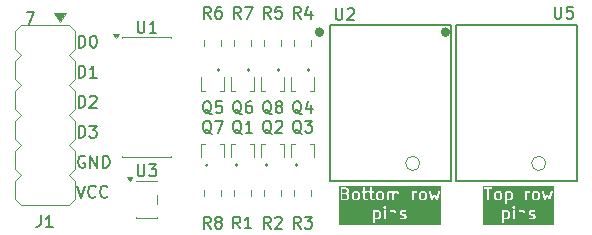
<source format=gbr>
%TF.GenerationSoftware,KiCad,Pcbnew,9.0.6-9.0.6~ubuntu24.04.1*%
%TF.CreationDate,2026-01-18T11:39:44-03:00*%
%TF.ProjectId,cotti_7seg,636f7474-695f-4377-9365-672e6b696361,0.0*%
%TF.SameCoordinates,Original*%
%TF.FileFunction,Legend,Top*%
%TF.FilePolarity,Positive*%
%FSLAX46Y46*%
G04 Gerber Fmt 4.6, Leading zero omitted, Abs format (unit mm)*
G04 Created by KiCad (PCBNEW 9.0.6-9.0.6~ubuntu24.04.1) date 2026-01-18 11:39:44*
%MOMM*%
%LPD*%
G01*
G04 APERTURE LIST*
%ADD10C,0.150000*%
%ADD11C,0.120000*%
%ADD12C,0.200000*%
%ADD13C,0.400000*%
%ADD14C,0.100000*%
G04 APERTURE END LIST*
D10*
G36*
X145839001Y-69162410D02*
G01*
X145869408Y-69192817D01*
X145903666Y-69261333D01*
X145903666Y-69511637D01*
X145869407Y-69580153D01*
X145839000Y-69610561D01*
X145770485Y-69644819D01*
X145615419Y-69644819D01*
X145577476Y-69625847D01*
X145577476Y-69147123D01*
X145615419Y-69128152D01*
X145770485Y-69128152D01*
X145839001Y-69162410D01*
G37*
G36*
X146100906Y-67552466D02*
G01*
X146131313Y-67582873D01*
X146165571Y-67651389D01*
X146165571Y-67901693D01*
X146131312Y-67970209D01*
X146100905Y-68000617D01*
X146032390Y-68034875D01*
X145877324Y-68034875D01*
X145839381Y-68015903D01*
X145839381Y-67537179D01*
X145877324Y-67518208D01*
X146032390Y-67518208D01*
X146100906Y-67552466D01*
G37*
G36*
X145196144Y-67552466D02*
G01*
X145226551Y-67582873D01*
X145260809Y-67651389D01*
X145260809Y-67901693D01*
X145226550Y-67970209D01*
X145196143Y-68000617D01*
X145127628Y-68034875D01*
X145020181Y-68034875D01*
X144951665Y-68000617D01*
X144921258Y-67970209D01*
X144887000Y-67901693D01*
X144887000Y-67651389D01*
X144921258Y-67582873D01*
X144951665Y-67552466D01*
X145020181Y-67518208D01*
X145127628Y-67518208D01*
X145196144Y-67552466D01*
G37*
G36*
X148386621Y-67552466D02*
G01*
X148417028Y-67582873D01*
X148451286Y-67651389D01*
X148451286Y-67901693D01*
X148417027Y-67970209D01*
X148386620Y-68000617D01*
X148318105Y-68034875D01*
X148210658Y-68034875D01*
X148142142Y-68000617D01*
X148111735Y-67970209D01*
X148077477Y-67901693D01*
X148077477Y-67651389D01*
X148111735Y-67582873D01*
X148142142Y-67552466D01*
X148210658Y-67518208D01*
X148318105Y-67518208D01*
X148386621Y-67552466D01*
G37*
G36*
X149807383Y-70237822D02*
G01*
X143770187Y-70237822D01*
X143770187Y-69053152D01*
X145427476Y-69053152D01*
X145427476Y-70053152D01*
X145428917Y-70067784D01*
X145440116Y-70094820D01*
X145460808Y-70115512D01*
X145487844Y-70126711D01*
X145517108Y-70126711D01*
X145544144Y-70115512D01*
X145564836Y-70094820D01*
X145576035Y-70067784D01*
X145577476Y-70053152D01*
X145577476Y-69791992D01*
X145577904Y-69792156D01*
X145580593Y-69792347D01*
X145583082Y-69793378D01*
X145597714Y-69794819D01*
X145788190Y-69794819D01*
X145802822Y-69793378D01*
X145805311Y-69792346D01*
X145807999Y-69792156D01*
X145821731Y-69786901D01*
X145916969Y-69739282D01*
X145923268Y-69735317D01*
X145925096Y-69734560D01*
X145927152Y-69732872D01*
X145929412Y-69731450D01*
X145930712Y-69729950D01*
X145936462Y-69725232D01*
X145984080Y-69677613D01*
X145988798Y-69671863D01*
X145990297Y-69670564D01*
X145991718Y-69668305D01*
X145993408Y-69666247D01*
X145994165Y-69664417D01*
X145998129Y-69658121D01*
X146045748Y-69562883D01*
X146051003Y-69549152D01*
X146051194Y-69546462D01*
X146052225Y-69543974D01*
X146053666Y-69529342D01*
X146053666Y-69243628D01*
X146052225Y-69228996D01*
X146051194Y-69226507D01*
X146051003Y-69223818D01*
X146045748Y-69210087D01*
X145998129Y-69114849D01*
X145994164Y-69108549D01*
X145993407Y-69106722D01*
X145991718Y-69104665D01*
X145990297Y-69102406D01*
X145988798Y-69101106D01*
X145984080Y-69095357D01*
X145941875Y-69053152D01*
X146332238Y-69053152D01*
X146332238Y-69719819D01*
X146333679Y-69734451D01*
X146344878Y-69761487D01*
X146365570Y-69782179D01*
X146392606Y-69793378D01*
X146421870Y-69793378D01*
X146448906Y-69782179D01*
X146469598Y-69761487D01*
X146480797Y-69734451D01*
X146482238Y-69719819D01*
X146482238Y-69053152D01*
X146808428Y-69053152D01*
X146808428Y-69719819D01*
X146809869Y-69734451D01*
X146821068Y-69761487D01*
X146841760Y-69782179D01*
X146868796Y-69793378D01*
X146898060Y-69793378D01*
X146925096Y-69782179D01*
X146945788Y-69761487D01*
X146956987Y-69734451D01*
X146958428Y-69719819D01*
X146958428Y-69179456D01*
X146975474Y-69162410D01*
X147043990Y-69128152D01*
X147151437Y-69128152D01*
X147208478Y-69156672D01*
X147236999Y-69213714D01*
X147236999Y-69719819D01*
X147238440Y-69734451D01*
X147249639Y-69761487D01*
X147270331Y-69782179D01*
X147297367Y-69793378D01*
X147326631Y-69793378D01*
X147353667Y-69782179D01*
X147374359Y-69761487D01*
X147385558Y-69734451D01*
X147386999Y-69719819D01*
X147386999Y-69196009D01*
X147665571Y-69196009D01*
X147665571Y-69243628D01*
X147667012Y-69258260D01*
X147668043Y-69260749D01*
X147668234Y-69263437D01*
X147673489Y-69277169D01*
X147721108Y-69372407D01*
X147722648Y-69374854D01*
X147723033Y-69376008D01*
X147724278Y-69377444D01*
X147728940Y-69384850D01*
X147736044Y-69391011D01*
X147742206Y-69398116D01*
X147749611Y-69402777D01*
X147751048Y-69404023D01*
X147752201Y-69404407D01*
X147754649Y-69405948D01*
X147849887Y-69453567D01*
X147863618Y-69458822D01*
X147866307Y-69459013D01*
X147868796Y-69460044D01*
X147883428Y-69461485D01*
X148008580Y-69461485D01*
X148065621Y-69490005D01*
X148094142Y-69547047D01*
X148094142Y-69559256D01*
X148065621Y-69616298D01*
X148008580Y-69644819D01*
X147853514Y-69644819D01*
X147774112Y-69605118D01*
X147760380Y-69599863D01*
X147731190Y-69597789D01*
X147703429Y-69607043D01*
X147681321Y-69626216D01*
X147668234Y-69652391D01*
X147666160Y-69681581D01*
X147675414Y-69709342D01*
X147694587Y-69731450D01*
X147707030Y-69739282D01*
X147802268Y-69786901D01*
X147815999Y-69792156D01*
X147818688Y-69792347D01*
X147821177Y-69793378D01*
X147835809Y-69794819D01*
X148026285Y-69794819D01*
X148040917Y-69793378D01*
X148043406Y-69792346D01*
X148046094Y-69792156D01*
X148059826Y-69786901D01*
X148155064Y-69739282D01*
X148157511Y-69737741D01*
X148158665Y-69737357D01*
X148160101Y-69736111D01*
X148167507Y-69731450D01*
X148173668Y-69724345D01*
X148180773Y-69718184D01*
X148185434Y-69710778D01*
X148186680Y-69709342D01*
X148187064Y-69708188D01*
X148188605Y-69705741D01*
X148236224Y-69610502D01*
X148241479Y-69596770D01*
X148241669Y-69594082D01*
X148242701Y-69591593D01*
X148244142Y-69576961D01*
X148244142Y-69529342D01*
X148242701Y-69514710D01*
X148241670Y-69512221D01*
X148241479Y-69509532D01*
X148236224Y-69495801D01*
X148188605Y-69400563D01*
X148187064Y-69398115D01*
X148186680Y-69396962D01*
X148185434Y-69395525D01*
X148180773Y-69388120D01*
X148173668Y-69381958D01*
X148167507Y-69374854D01*
X148160101Y-69370192D01*
X148158665Y-69368947D01*
X148157511Y-69368562D01*
X148155064Y-69367022D01*
X148059826Y-69319403D01*
X148046094Y-69314148D01*
X148043406Y-69313957D01*
X148040917Y-69312926D01*
X148026285Y-69311485D01*
X147901133Y-69311485D01*
X147844091Y-69282964D01*
X147815571Y-69225923D01*
X147815571Y-69213714D01*
X147844091Y-69156672D01*
X147901133Y-69128152D01*
X148008580Y-69128152D01*
X148087982Y-69167853D01*
X148101713Y-69173108D01*
X148130903Y-69175182D01*
X148158665Y-69165928D01*
X148180772Y-69146755D01*
X148193860Y-69120580D01*
X148195934Y-69091390D01*
X148186680Y-69063629D01*
X148167507Y-69041521D01*
X148155064Y-69033689D01*
X148059826Y-68986070D01*
X148046094Y-68980815D01*
X148043406Y-68980624D01*
X148040917Y-68979593D01*
X148026285Y-68978152D01*
X147883428Y-68978152D01*
X147868796Y-68979593D01*
X147866307Y-68980623D01*
X147863618Y-68980815D01*
X147849887Y-68986070D01*
X147754649Y-69033689D01*
X147752201Y-69035229D01*
X147751048Y-69035614D01*
X147749611Y-69036859D01*
X147742206Y-69041521D01*
X147736044Y-69048625D01*
X147728940Y-69054787D01*
X147724278Y-69062192D01*
X147723033Y-69063629D01*
X147722648Y-69064782D01*
X147721108Y-69067230D01*
X147673489Y-69162468D01*
X147668234Y-69176200D01*
X147668043Y-69178887D01*
X147667012Y-69181377D01*
X147665571Y-69196009D01*
X147386999Y-69196009D01*
X147385558Y-69181377D01*
X147384527Y-69178888D01*
X147384336Y-69176199D01*
X147379081Y-69162468D01*
X147331462Y-69067230D01*
X147329921Y-69064782D01*
X147329537Y-69063629D01*
X147328291Y-69062192D01*
X147323630Y-69054787D01*
X147316525Y-69048625D01*
X147310364Y-69041521D01*
X147302958Y-69036859D01*
X147301522Y-69035614D01*
X147300368Y-69035229D01*
X147297921Y-69033689D01*
X147202683Y-68986070D01*
X147188951Y-68980815D01*
X147186263Y-68980624D01*
X147183774Y-68979593D01*
X147169142Y-68978152D01*
X147026285Y-68978152D01*
X147011653Y-68979593D01*
X147009164Y-68980623D01*
X147006475Y-68980815D01*
X146992744Y-68986070D01*
X146944497Y-69010193D01*
X146925096Y-68990792D01*
X146898060Y-68979593D01*
X146868796Y-68979593D01*
X146841760Y-68990792D01*
X146821068Y-69011484D01*
X146809869Y-69038520D01*
X146808428Y-69053152D01*
X146482238Y-69053152D01*
X146480797Y-69038520D01*
X146469598Y-69011484D01*
X146448906Y-68990792D01*
X146421870Y-68979593D01*
X146392606Y-68979593D01*
X146365570Y-68990792D01*
X146344878Y-69011484D01*
X146333679Y-69038520D01*
X146332238Y-69053152D01*
X145941875Y-69053152D01*
X145936461Y-69047738D01*
X145930711Y-69043019D01*
X145929412Y-69041521D01*
X145927152Y-69040099D01*
X145925096Y-69038411D01*
X145923268Y-69037653D01*
X145916969Y-69033689D01*
X145821731Y-68986070D01*
X145807999Y-68980815D01*
X145805311Y-68980624D01*
X145802822Y-68979593D01*
X145788190Y-68978152D01*
X145597714Y-68978152D01*
X145583082Y-68979593D01*
X145580593Y-68980623D01*
X145577904Y-68980815D01*
X145564173Y-68986070D01*
X145547672Y-68994320D01*
X145544144Y-68990792D01*
X145517108Y-68979593D01*
X145487844Y-68979593D01*
X145460808Y-68990792D01*
X145440116Y-69011484D01*
X145428917Y-69038520D01*
X145427476Y-69053152D01*
X143770187Y-69053152D01*
X143770187Y-68752807D01*
X146286060Y-68752807D01*
X146286060Y-68782069D01*
X146297259Y-68809106D01*
X146306586Y-68820471D01*
X146354205Y-68868090D01*
X146365570Y-68877417D01*
X146392606Y-68888616D01*
X146392607Y-68888616D01*
X146421869Y-68888616D01*
X146421870Y-68888616D01*
X146448906Y-68877417D01*
X146460271Y-68868090D01*
X146507890Y-68820471D01*
X146517217Y-68809106D01*
X146528416Y-68782070D01*
X146528416Y-68752807D01*
X146520813Y-68734451D01*
X146517217Y-68725770D01*
X146507890Y-68714405D01*
X146460271Y-68666786D01*
X146448906Y-68657459D01*
X146421870Y-68646260D01*
X146421869Y-68646260D01*
X146392606Y-68646260D01*
X146365570Y-68657459D01*
X146354205Y-68666786D01*
X146306586Y-68714405D01*
X146297259Y-68725770D01*
X146286060Y-68752807D01*
X143770187Y-68752807D01*
X143770187Y-67095243D01*
X143881298Y-67095243D01*
X143881298Y-67124507D01*
X143892497Y-67151543D01*
X143913189Y-67172235D01*
X143940225Y-67183434D01*
X143954857Y-67184875D01*
X144165571Y-67184875D01*
X144165571Y-68109875D01*
X144167012Y-68124507D01*
X144178211Y-68151543D01*
X144198903Y-68172235D01*
X144225939Y-68183434D01*
X144255203Y-68183434D01*
X144282239Y-68172235D01*
X144302931Y-68151543D01*
X144314130Y-68124507D01*
X144315571Y-68109875D01*
X144315571Y-67633684D01*
X144737000Y-67633684D01*
X144737000Y-67919398D01*
X144738441Y-67934030D01*
X144739472Y-67936519D01*
X144739663Y-67939207D01*
X144744918Y-67952939D01*
X144792537Y-68048177D01*
X144796500Y-68054473D01*
X144797258Y-68056303D01*
X144798947Y-68058361D01*
X144800369Y-68060620D01*
X144801867Y-68061919D01*
X144806585Y-68067668D01*
X144854204Y-68115288D01*
X144859953Y-68120006D01*
X144861254Y-68121506D01*
X144863513Y-68122928D01*
X144865570Y-68124616D01*
X144867397Y-68125373D01*
X144873697Y-68129338D01*
X144968935Y-68176957D01*
X144982666Y-68182212D01*
X144985355Y-68182403D01*
X144987844Y-68183434D01*
X145002476Y-68184875D01*
X145145333Y-68184875D01*
X145159965Y-68183434D01*
X145162454Y-68182402D01*
X145165142Y-68182212D01*
X145178874Y-68176957D01*
X145274112Y-68129338D01*
X145280411Y-68125373D01*
X145282239Y-68124616D01*
X145284295Y-68122928D01*
X145286555Y-68121506D01*
X145287855Y-68120006D01*
X145293605Y-68115288D01*
X145341223Y-68067669D01*
X145345941Y-68061919D01*
X145347440Y-68060620D01*
X145348861Y-68058361D01*
X145350551Y-68056303D01*
X145351308Y-68054473D01*
X145355272Y-68048177D01*
X145402891Y-67952939D01*
X145408146Y-67939208D01*
X145408337Y-67936518D01*
X145409368Y-67934030D01*
X145410809Y-67919398D01*
X145410809Y-67633684D01*
X145409368Y-67619052D01*
X145408337Y-67616563D01*
X145408146Y-67613874D01*
X145402891Y-67600143D01*
X145355272Y-67504905D01*
X145351307Y-67498605D01*
X145350550Y-67496778D01*
X145348861Y-67494721D01*
X145347440Y-67492462D01*
X145345941Y-67491162D01*
X145341223Y-67485413D01*
X145299018Y-67443208D01*
X145689381Y-67443208D01*
X145689381Y-68443208D01*
X145690822Y-68457840D01*
X145702021Y-68484876D01*
X145722713Y-68505568D01*
X145749749Y-68516767D01*
X145779013Y-68516767D01*
X145806049Y-68505568D01*
X145826741Y-68484876D01*
X145837940Y-68457840D01*
X145839381Y-68443208D01*
X145839381Y-68182048D01*
X145839809Y-68182212D01*
X145842498Y-68182403D01*
X145844987Y-68183434D01*
X145859619Y-68184875D01*
X146050095Y-68184875D01*
X146064727Y-68183434D01*
X146067216Y-68182402D01*
X146069904Y-68182212D01*
X146083636Y-68176957D01*
X146178874Y-68129338D01*
X146185173Y-68125373D01*
X146187001Y-68124616D01*
X146189057Y-68122928D01*
X146191317Y-68121506D01*
X146192617Y-68120006D01*
X146198367Y-68115288D01*
X146245985Y-68067669D01*
X146250703Y-68061919D01*
X146252202Y-68060620D01*
X146253623Y-68058361D01*
X146255313Y-68056303D01*
X146256070Y-68054473D01*
X146260034Y-68048177D01*
X146307653Y-67952939D01*
X146312908Y-67939208D01*
X146313099Y-67936518D01*
X146314130Y-67934030D01*
X146315571Y-67919398D01*
X146315571Y-67633684D01*
X146314130Y-67619052D01*
X146313099Y-67616563D01*
X146312908Y-67613874D01*
X146307653Y-67600143D01*
X146260034Y-67504905D01*
X146256069Y-67498605D01*
X146255312Y-67496778D01*
X146253623Y-67494721D01*
X146252202Y-67492462D01*
X146250703Y-67491162D01*
X146245985Y-67485413D01*
X146203780Y-67443208D01*
X147356048Y-67443208D01*
X147356048Y-68109875D01*
X147357489Y-68124507D01*
X147368688Y-68151543D01*
X147389380Y-68172235D01*
X147416416Y-68183434D01*
X147445680Y-68183434D01*
X147472716Y-68172235D01*
X147493408Y-68151543D01*
X147504607Y-68124507D01*
X147506048Y-68109875D01*
X147506048Y-67651389D01*
X147514901Y-67633684D01*
X147927477Y-67633684D01*
X147927477Y-67919398D01*
X147928918Y-67934030D01*
X147929949Y-67936519D01*
X147930140Y-67939207D01*
X147935395Y-67952939D01*
X147983014Y-68048177D01*
X147986977Y-68054473D01*
X147987735Y-68056303D01*
X147989424Y-68058361D01*
X147990846Y-68060620D01*
X147992344Y-68061919D01*
X147997062Y-68067668D01*
X148044681Y-68115288D01*
X148050430Y-68120006D01*
X148051731Y-68121506D01*
X148053990Y-68122928D01*
X148056047Y-68124616D01*
X148057874Y-68125373D01*
X148064174Y-68129338D01*
X148159412Y-68176957D01*
X148173143Y-68182212D01*
X148175832Y-68182403D01*
X148178321Y-68183434D01*
X148192953Y-68184875D01*
X148335810Y-68184875D01*
X148350442Y-68183434D01*
X148352931Y-68182402D01*
X148355619Y-68182212D01*
X148369351Y-68176957D01*
X148464589Y-68129338D01*
X148470888Y-68125373D01*
X148472716Y-68124616D01*
X148474772Y-68122928D01*
X148477032Y-68121506D01*
X148478332Y-68120006D01*
X148484082Y-68115288D01*
X148531700Y-68067669D01*
X148536418Y-68061919D01*
X148537917Y-68060620D01*
X148539338Y-68058361D01*
X148541028Y-68056303D01*
X148541785Y-68054473D01*
X148545749Y-68048177D01*
X148593368Y-67952939D01*
X148598623Y-67939208D01*
X148598814Y-67936518D01*
X148599845Y-67934030D01*
X148601286Y-67919398D01*
X148601286Y-67633684D01*
X148599845Y-67619052D01*
X148598814Y-67616563D01*
X148598623Y-67613874D01*
X148593368Y-67600143D01*
X148545749Y-67504905D01*
X148541784Y-67498605D01*
X148541027Y-67496778D01*
X148539338Y-67494721D01*
X148537917Y-67492462D01*
X148536418Y-67491162D01*
X148531700Y-67485413D01*
X148495634Y-67449347D01*
X148784872Y-67449347D01*
X148787506Y-67463812D01*
X148977982Y-68130479D01*
X148983387Y-68144152D01*
X148986362Y-68147899D01*
X148988248Y-68152300D01*
X148995385Y-68159265D01*
X149001582Y-68167071D01*
X149005763Y-68169394D01*
X149009191Y-68172739D01*
X149018450Y-68176442D01*
X149027163Y-68181283D01*
X149031917Y-68181829D01*
X149036362Y-68183607D01*
X149046332Y-68183485D01*
X149056235Y-68184623D01*
X149060836Y-68183308D01*
X149065624Y-68183250D01*
X149074789Y-68179321D01*
X149084373Y-68176584D01*
X149088120Y-68173608D01*
X149092521Y-68171723D01*
X149099486Y-68164585D01*
X149107292Y-68158389D01*
X149109615Y-68154207D01*
X149112960Y-68150780D01*
X149119732Y-68137729D01*
X149240572Y-67835628D01*
X149361412Y-68137729D01*
X149368184Y-68150779D01*
X149371527Y-68154204D01*
X149373852Y-68158389D01*
X149381661Y-68164588D01*
X149388623Y-68171722D01*
X149393021Y-68173607D01*
X149396771Y-68176584D01*
X149406356Y-68179322D01*
X149415520Y-68183250D01*
X149420307Y-68183308D01*
X149424909Y-68184623D01*
X149434811Y-68183485D01*
X149444782Y-68183607D01*
X149449225Y-68181829D01*
X149453981Y-68181283D01*
X149462699Y-68176439D01*
X149471952Y-68172738D01*
X149475376Y-68169396D01*
X149479562Y-68167071D01*
X149485760Y-68159262D01*
X149492896Y-68152300D01*
X149494781Y-68147899D01*
X149497757Y-68144152D01*
X149503162Y-68130479D01*
X149693638Y-67463812D01*
X149696272Y-67449347D01*
X149692932Y-67420275D01*
X149678720Y-67394694D01*
X149655801Y-67376499D01*
X149627663Y-67368460D01*
X149598591Y-67371800D01*
X149573010Y-67386012D01*
X149554815Y-67408931D01*
X149549410Y-67422604D01*
X149419204Y-67878322D01*
X149310208Y-67605830D01*
X149303436Y-67592779D01*
X149302785Y-67592112D01*
X149302420Y-67591259D01*
X149292609Y-67581685D01*
X149282997Y-67571836D01*
X149282139Y-67571468D01*
X149281476Y-67570821D01*
X149268744Y-67565727D01*
X149256100Y-67560309D01*
X149255170Y-67560297D01*
X149254306Y-67559952D01*
X149240572Y-67560119D01*
X149226838Y-67559952D01*
X149225973Y-67560297D01*
X149225044Y-67560309D01*
X149212442Y-67565710D01*
X149199667Y-67570820D01*
X149198999Y-67571471D01*
X149198147Y-67571837D01*
X149188574Y-67581645D01*
X149178724Y-67591259D01*
X149178357Y-67592114D01*
X149177708Y-67592780D01*
X149170936Y-67605830D01*
X149061939Y-67878322D01*
X148931734Y-67422604D01*
X148926329Y-67408931D01*
X148908134Y-67386012D01*
X148882553Y-67371800D01*
X148853481Y-67368460D01*
X148825343Y-67376499D01*
X148802424Y-67394694D01*
X148788212Y-67420275D01*
X148784872Y-67449347D01*
X148495634Y-67449347D01*
X148484081Y-67437794D01*
X148478331Y-67433075D01*
X148477032Y-67431577D01*
X148474772Y-67430155D01*
X148472716Y-67428467D01*
X148470888Y-67427709D01*
X148464589Y-67423745D01*
X148369351Y-67376126D01*
X148355619Y-67370871D01*
X148352931Y-67370680D01*
X148350442Y-67369649D01*
X148335810Y-67368208D01*
X148192953Y-67368208D01*
X148178321Y-67369649D01*
X148175832Y-67370679D01*
X148173143Y-67370871D01*
X148159412Y-67376126D01*
X148064174Y-67423745D01*
X148057874Y-67427709D01*
X148056047Y-67428467D01*
X148053990Y-67430155D01*
X148051731Y-67431577D01*
X148050431Y-67433075D01*
X148044682Y-67437794D01*
X147997063Y-67485413D01*
X147992344Y-67491162D01*
X147990846Y-67492462D01*
X147989424Y-67494721D01*
X147987736Y-67496778D01*
X147986978Y-67498605D01*
X147983014Y-67504905D01*
X147935395Y-67600143D01*
X147930140Y-67613875D01*
X147929949Y-67616562D01*
X147928918Y-67619052D01*
X147927477Y-67633684D01*
X147514901Y-67633684D01*
X147540306Y-67582873D01*
X147570713Y-67552466D01*
X147639229Y-67518208D01*
X147716762Y-67518208D01*
X147731394Y-67516767D01*
X147758430Y-67505568D01*
X147779122Y-67484876D01*
X147790321Y-67457840D01*
X147790321Y-67428576D01*
X147779122Y-67401540D01*
X147758430Y-67380848D01*
X147731394Y-67369649D01*
X147716762Y-67368208D01*
X147621524Y-67368208D01*
X147606892Y-67369649D01*
X147604403Y-67370679D01*
X147601714Y-67370871D01*
X147587983Y-67376126D01*
X147500913Y-67419660D01*
X147493408Y-67401540D01*
X147472716Y-67380848D01*
X147445680Y-67369649D01*
X147416416Y-67369649D01*
X147389380Y-67380848D01*
X147368688Y-67401540D01*
X147357489Y-67428576D01*
X147356048Y-67443208D01*
X146203780Y-67443208D01*
X146198366Y-67437794D01*
X146192616Y-67433075D01*
X146191317Y-67431577D01*
X146189057Y-67430155D01*
X146187001Y-67428467D01*
X146185173Y-67427709D01*
X146178874Y-67423745D01*
X146083636Y-67376126D01*
X146069904Y-67370871D01*
X146067216Y-67370680D01*
X146064727Y-67369649D01*
X146050095Y-67368208D01*
X145859619Y-67368208D01*
X145844987Y-67369649D01*
X145842498Y-67370679D01*
X145839809Y-67370871D01*
X145826078Y-67376126D01*
X145809577Y-67384376D01*
X145806049Y-67380848D01*
X145779013Y-67369649D01*
X145749749Y-67369649D01*
X145722713Y-67380848D01*
X145702021Y-67401540D01*
X145690822Y-67428576D01*
X145689381Y-67443208D01*
X145299018Y-67443208D01*
X145293604Y-67437794D01*
X145287854Y-67433075D01*
X145286555Y-67431577D01*
X145284295Y-67430155D01*
X145282239Y-67428467D01*
X145280411Y-67427709D01*
X145274112Y-67423745D01*
X145178874Y-67376126D01*
X145165142Y-67370871D01*
X145162454Y-67370680D01*
X145159965Y-67369649D01*
X145145333Y-67368208D01*
X145002476Y-67368208D01*
X144987844Y-67369649D01*
X144985355Y-67370679D01*
X144982666Y-67370871D01*
X144968935Y-67376126D01*
X144873697Y-67423745D01*
X144867397Y-67427709D01*
X144865570Y-67428467D01*
X144863513Y-67430155D01*
X144861254Y-67431577D01*
X144859954Y-67433075D01*
X144854205Y-67437794D01*
X144806586Y-67485413D01*
X144801867Y-67491162D01*
X144800369Y-67492462D01*
X144798947Y-67494721D01*
X144797259Y-67496778D01*
X144796501Y-67498605D01*
X144792537Y-67504905D01*
X144744918Y-67600143D01*
X144739663Y-67613875D01*
X144739472Y-67616562D01*
X144738441Y-67619052D01*
X144737000Y-67633684D01*
X144315571Y-67633684D01*
X144315571Y-67184875D01*
X144526285Y-67184875D01*
X144540917Y-67183434D01*
X144567953Y-67172235D01*
X144588645Y-67151543D01*
X144599844Y-67124507D01*
X144599844Y-67095243D01*
X144588645Y-67068207D01*
X144567953Y-67047515D01*
X144540917Y-67036316D01*
X144526285Y-67034875D01*
X143954857Y-67034875D01*
X143940225Y-67036316D01*
X143913189Y-67047515D01*
X143892497Y-67068207D01*
X143881298Y-67095243D01*
X143770187Y-67095243D01*
X143770187Y-66923764D01*
X149807383Y-66923764D01*
X149807383Y-70237822D01*
G37*
G36*
X134917001Y-69162410D02*
G01*
X134947408Y-69192817D01*
X134981666Y-69261333D01*
X134981666Y-69511637D01*
X134947407Y-69580153D01*
X134917000Y-69610561D01*
X134848485Y-69644819D01*
X134693419Y-69644819D01*
X134655476Y-69625847D01*
X134655476Y-69147123D01*
X134693419Y-69128152D01*
X134848485Y-69128152D01*
X134917001Y-69162410D01*
G37*
G36*
X132254247Y-67699236D02*
G01*
X132280741Y-67725730D01*
X132314999Y-67794246D01*
X132314999Y-67901693D01*
X132280740Y-67970209D01*
X132250333Y-68000617D01*
X132181818Y-68034875D01*
X131893571Y-68034875D01*
X131893571Y-67661065D01*
X132139734Y-67661065D01*
X132254247Y-67699236D01*
G37*
G36*
X132202715Y-67219133D02*
G01*
X132233122Y-67249540D01*
X132267380Y-67318056D01*
X132267380Y-67377884D01*
X132233122Y-67446400D01*
X132202715Y-67476807D01*
X132134199Y-67511065D01*
X131893571Y-67511065D01*
X131893571Y-67184875D01*
X132134199Y-67184875D01*
X132202715Y-67219133D01*
G37*
G36*
X133155096Y-67552466D02*
G01*
X133185503Y-67582873D01*
X133219761Y-67651389D01*
X133219761Y-67901693D01*
X133185502Y-67970209D01*
X133155095Y-68000617D01*
X133086580Y-68034875D01*
X132979133Y-68034875D01*
X132910617Y-68000617D01*
X132880210Y-67970209D01*
X132845952Y-67901693D01*
X132845952Y-67651389D01*
X132880210Y-67582873D01*
X132910617Y-67552466D01*
X132979133Y-67518208D01*
X133086580Y-67518208D01*
X133155096Y-67552466D01*
G37*
G36*
X135202716Y-67552466D02*
G01*
X135233123Y-67582873D01*
X135267381Y-67651389D01*
X135267381Y-67901693D01*
X135233122Y-67970209D01*
X135202715Y-68000617D01*
X135134200Y-68034875D01*
X135026753Y-68034875D01*
X134958237Y-68000617D01*
X134927830Y-67970209D01*
X134893572Y-67901693D01*
X134893572Y-67651389D01*
X134927830Y-67582873D01*
X134958237Y-67552466D01*
X135026753Y-67518208D01*
X135134200Y-67518208D01*
X135202716Y-67552466D01*
G37*
G36*
X138821764Y-67552466D02*
G01*
X138852171Y-67582873D01*
X138886429Y-67651389D01*
X138886429Y-67901693D01*
X138852170Y-67970209D01*
X138821763Y-68000617D01*
X138753248Y-68034875D01*
X138645801Y-68034875D01*
X138577285Y-68000617D01*
X138546878Y-67970209D01*
X138512620Y-67901693D01*
X138512620Y-67651389D01*
X138546878Y-67582873D01*
X138577285Y-67552466D01*
X138645801Y-67518208D01*
X138753248Y-67518208D01*
X138821764Y-67552466D01*
G37*
G36*
X140242526Y-70237822D02*
G01*
X131632460Y-70237822D01*
X131632460Y-69053152D01*
X134505476Y-69053152D01*
X134505476Y-70053152D01*
X134506917Y-70067784D01*
X134518116Y-70094820D01*
X134538808Y-70115512D01*
X134565844Y-70126711D01*
X134595108Y-70126711D01*
X134622144Y-70115512D01*
X134642836Y-70094820D01*
X134654035Y-70067784D01*
X134655476Y-70053152D01*
X134655476Y-69791992D01*
X134655904Y-69792156D01*
X134658593Y-69792347D01*
X134661082Y-69793378D01*
X134675714Y-69794819D01*
X134866190Y-69794819D01*
X134880822Y-69793378D01*
X134883311Y-69792346D01*
X134885999Y-69792156D01*
X134899731Y-69786901D01*
X134994969Y-69739282D01*
X135001268Y-69735317D01*
X135003096Y-69734560D01*
X135005152Y-69732872D01*
X135007412Y-69731450D01*
X135008712Y-69729950D01*
X135014462Y-69725232D01*
X135062080Y-69677613D01*
X135066798Y-69671863D01*
X135068297Y-69670564D01*
X135069718Y-69668305D01*
X135071408Y-69666247D01*
X135072165Y-69664417D01*
X135076129Y-69658121D01*
X135123748Y-69562883D01*
X135129003Y-69549152D01*
X135129194Y-69546462D01*
X135130225Y-69543974D01*
X135131666Y-69529342D01*
X135131666Y-69243628D01*
X135130225Y-69228996D01*
X135129194Y-69226507D01*
X135129003Y-69223818D01*
X135123748Y-69210087D01*
X135076129Y-69114849D01*
X135072164Y-69108549D01*
X135071407Y-69106722D01*
X135069718Y-69104665D01*
X135068297Y-69102406D01*
X135066798Y-69101106D01*
X135062080Y-69095357D01*
X135019875Y-69053152D01*
X135410238Y-69053152D01*
X135410238Y-69719819D01*
X135411679Y-69734451D01*
X135422878Y-69761487D01*
X135443570Y-69782179D01*
X135470606Y-69793378D01*
X135499870Y-69793378D01*
X135526906Y-69782179D01*
X135547598Y-69761487D01*
X135558797Y-69734451D01*
X135560238Y-69719819D01*
X135560238Y-69053152D01*
X135886428Y-69053152D01*
X135886428Y-69719819D01*
X135887869Y-69734451D01*
X135899068Y-69761487D01*
X135919760Y-69782179D01*
X135946796Y-69793378D01*
X135976060Y-69793378D01*
X136003096Y-69782179D01*
X136023788Y-69761487D01*
X136034987Y-69734451D01*
X136036428Y-69719819D01*
X136036428Y-69179456D01*
X136053474Y-69162410D01*
X136121990Y-69128152D01*
X136229437Y-69128152D01*
X136286478Y-69156672D01*
X136314999Y-69213714D01*
X136314999Y-69719819D01*
X136316440Y-69734451D01*
X136327639Y-69761487D01*
X136348331Y-69782179D01*
X136375367Y-69793378D01*
X136404631Y-69793378D01*
X136431667Y-69782179D01*
X136452359Y-69761487D01*
X136463558Y-69734451D01*
X136464999Y-69719819D01*
X136464999Y-69196009D01*
X136743571Y-69196009D01*
X136743571Y-69243628D01*
X136745012Y-69258260D01*
X136746043Y-69260749D01*
X136746234Y-69263437D01*
X136751489Y-69277169D01*
X136799108Y-69372407D01*
X136800648Y-69374854D01*
X136801033Y-69376008D01*
X136802278Y-69377444D01*
X136806940Y-69384850D01*
X136814044Y-69391011D01*
X136820206Y-69398116D01*
X136827611Y-69402777D01*
X136829048Y-69404023D01*
X136830201Y-69404407D01*
X136832649Y-69405948D01*
X136927887Y-69453567D01*
X136941618Y-69458822D01*
X136944307Y-69459013D01*
X136946796Y-69460044D01*
X136961428Y-69461485D01*
X137086580Y-69461485D01*
X137143621Y-69490005D01*
X137172142Y-69547047D01*
X137172142Y-69559256D01*
X137143621Y-69616298D01*
X137086580Y-69644819D01*
X136931514Y-69644819D01*
X136852112Y-69605118D01*
X136838380Y-69599863D01*
X136809190Y-69597789D01*
X136781429Y-69607043D01*
X136759321Y-69626216D01*
X136746234Y-69652391D01*
X136744160Y-69681581D01*
X136753414Y-69709342D01*
X136772587Y-69731450D01*
X136785030Y-69739282D01*
X136880268Y-69786901D01*
X136893999Y-69792156D01*
X136896688Y-69792347D01*
X136899177Y-69793378D01*
X136913809Y-69794819D01*
X137104285Y-69794819D01*
X137118917Y-69793378D01*
X137121406Y-69792346D01*
X137124094Y-69792156D01*
X137137826Y-69786901D01*
X137233064Y-69739282D01*
X137235511Y-69737741D01*
X137236665Y-69737357D01*
X137238101Y-69736111D01*
X137245507Y-69731450D01*
X137251668Y-69724345D01*
X137258773Y-69718184D01*
X137263434Y-69710778D01*
X137264680Y-69709342D01*
X137265064Y-69708188D01*
X137266605Y-69705741D01*
X137314224Y-69610502D01*
X137319479Y-69596770D01*
X137319669Y-69594082D01*
X137320701Y-69591593D01*
X137322142Y-69576961D01*
X137322142Y-69529342D01*
X137320701Y-69514710D01*
X137319670Y-69512221D01*
X137319479Y-69509532D01*
X137314224Y-69495801D01*
X137266605Y-69400563D01*
X137265064Y-69398115D01*
X137264680Y-69396962D01*
X137263434Y-69395525D01*
X137258773Y-69388120D01*
X137251668Y-69381958D01*
X137245507Y-69374854D01*
X137238101Y-69370192D01*
X137236665Y-69368947D01*
X137235511Y-69368562D01*
X137233064Y-69367022D01*
X137137826Y-69319403D01*
X137124094Y-69314148D01*
X137121406Y-69313957D01*
X137118917Y-69312926D01*
X137104285Y-69311485D01*
X136979133Y-69311485D01*
X136922091Y-69282964D01*
X136893571Y-69225923D01*
X136893571Y-69213714D01*
X136922091Y-69156672D01*
X136979133Y-69128152D01*
X137086580Y-69128152D01*
X137165982Y-69167853D01*
X137179713Y-69173108D01*
X137208903Y-69175182D01*
X137236665Y-69165928D01*
X137258772Y-69146755D01*
X137271860Y-69120580D01*
X137273934Y-69091390D01*
X137264680Y-69063629D01*
X137245507Y-69041521D01*
X137233064Y-69033689D01*
X137137826Y-68986070D01*
X137124094Y-68980815D01*
X137121406Y-68980624D01*
X137118917Y-68979593D01*
X137104285Y-68978152D01*
X136961428Y-68978152D01*
X136946796Y-68979593D01*
X136944307Y-68980623D01*
X136941618Y-68980815D01*
X136927887Y-68986070D01*
X136832649Y-69033689D01*
X136830201Y-69035229D01*
X136829048Y-69035614D01*
X136827611Y-69036859D01*
X136820206Y-69041521D01*
X136814044Y-69048625D01*
X136806940Y-69054787D01*
X136802278Y-69062192D01*
X136801033Y-69063629D01*
X136800648Y-69064782D01*
X136799108Y-69067230D01*
X136751489Y-69162468D01*
X136746234Y-69176200D01*
X136746043Y-69178887D01*
X136745012Y-69181377D01*
X136743571Y-69196009D01*
X136464999Y-69196009D01*
X136463558Y-69181377D01*
X136462527Y-69178888D01*
X136462336Y-69176199D01*
X136457081Y-69162468D01*
X136409462Y-69067230D01*
X136407921Y-69064782D01*
X136407537Y-69063629D01*
X136406291Y-69062192D01*
X136401630Y-69054787D01*
X136394525Y-69048625D01*
X136388364Y-69041521D01*
X136380958Y-69036859D01*
X136379522Y-69035614D01*
X136378368Y-69035229D01*
X136375921Y-69033689D01*
X136280683Y-68986070D01*
X136266951Y-68980815D01*
X136264263Y-68980624D01*
X136261774Y-68979593D01*
X136247142Y-68978152D01*
X136104285Y-68978152D01*
X136089653Y-68979593D01*
X136087164Y-68980623D01*
X136084475Y-68980815D01*
X136070744Y-68986070D01*
X136022497Y-69010193D01*
X136003096Y-68990792D01*
X135976060Y-68979593D01*
X135946796Y-68979593D01*
X135919760Y-68990792D01*
X135899068Y-69011484D01*
X135887869Y-69038520D01*
X135886428Y-69053152D01*
X135560238Y-69053152D01*
X135558797Y-69038520D01*
X135547598Y-69011484D01*
X135526906Y-68990792D01*
X135499870Y-68979593D01*
X135470606Y-68979593D01*
X135443570Y-68990792D01*
X135422878Y-69011484D01*
X135411679Y-69038520D01*
X135410238Y-69053152D01*
X135019875Y-69053152D01*
X135014461Y-69047738D01*
X135008711Y-69043019D01*
X135007412Y-69041521D01*
X135005152Y-69040099D01*
X135003096Y-69038411D01*
X135001268Y-69037653D01*
X134994969Y-69033689D01*
X134899731Y-68986070D01*
X134885999Y-68980815D01*
X134883311Y-68980624D01*
X134880822Y-68979593D01*
X134866190Y-68978152D01*
X134675714Y-68978152D01*
X134661082Y-68979593D01*
X134658593Y-68980623D01*
X134655904Y-68980815D01*
X134642173Y-68986070D01*
X134625672Y-68994320D01*
X134622144Y-68990792D01*
X134595108Y-68979593D01*
X134565844Y-68979593D01*
X134538808Y-68990792D01*
X134518116Y-69011484D01*
X134506917Y-69038520D01*
X134505476Y-69053152D01*
X131632460Y-69053152D01*
X131632460Y-68752807D01*
X135364060Y-68752807D01*
X135364060Y-68782069D01*
X135375259Y-68809106D01*
X135384586Y-68820471D01*
X135432205Y-68868090D01*
X135443570Y-68877417D01*
X135470606Y-68888616D01*
X135470607Y-68888616D01*
X135499869Y-68888616D01*
X135499870Y-68888616D01*
X135526906Y-68877417D01*
X135538271Y-68868090D01*
X135585890Y-68820471D01*
X135595217Y-68809106D01*
X135606416Y-68782070D01*
X135606416Y-68752807D01*
X135598813Y-68734451D01*
X135595217Y-68725770D01*
X135585890Y-68714405D01*
X135538271Y-68666786D01*
X135526906Y-68657459D01*
X135499870Y-68646260D01*
X135499869Y-68646260D01*
X135470606Y-68646260D01*
X135443570Y-68657459D01*
X135432205Y-68666786D01*
X135384586Y-68714405D01*
X135375259Y-68725770D01*
X135364060Y-68752807D01*
X131632460Y-68752807D01*
X131632460Y-67109875D01*
X131743571Y-67109875D01*
X131743571Y-68109875D01*
X131745012Y-68124507D01*
X131756211Y-68151543D01*
X131776903Y-68172235D01*
X131803939Y-68183434D01*
X131818571Y-68184875D01*
X132199523Y-68184875D01*
X132214155Y-68183434D01*
X132216644Y-68182402D01*
X132219332Y-68182212D01*
X132233064Y-68176957D01*
X132328302Y-68129338D01*
X132334601Y-68125373D01*
X132336429Y-68124616D01*
X132338485Y-68122928D01*
X132340745Y-68121506D01*
X132342045Y-68120006D01*
X132347795Y-68115288D01*
X132395413Y-68067669D01*
X132400131Y-68061919D01*
X132401630Y-68060620D01*
X132403051Y-68058361D01*
X132404741Y-68056303D01*
X132405498Y-68054473D01*
X132409462Y-68048177D01*
X132457081Y-67952939D01*
X132462336Y-67939208D01*
X132462527Y-67936518D01*
X132463558Y-67934030D01*
X132464999Y-67919398D01*
X132464999Y-67776541D01*
X132463558Y-67761909D01*
X132462527Y-67759420D01*
X132462336Y-67756731D01*
X132457081Y-67743000D01*
X132409462Y-67647762D01*
X132405497Y-67641462D01*
X132404740Y-67639635D01*
X132403051Y-67637578D01*
X132401630Y-67635319D01*
X132400131Y-67634019D01*
X132399856Y-67633684D01*
X132695952Y-67633684D01*
X132695952Y-67919398D01*
X132697393Y-67934030D01*
X132698424Y-67936519D01*
X132698615Y-67939207D01*
X132703870Y-67952939D01*
X132751489Y-68048177D01*
X132755452Y-68054473D01*
X132756210Y-68056303D01*
X132757899Y-68058361D01*
X132759321Y-68060620D01*
X132760819Y-68061919D01*
X132765537Y-68067668D01*
X132813156Y-68115288D01*
X132818905Y-68120006D01*
X132820206Y-68121506D01*
X132822465Y-68122928D01*
X132824522Y-68124616D01*
X132826349Y-68125373D01*
X132832649Y-68129338D01*
X132927887Y-68176957D01*
X132941618Y-68182212D01*
X132944307Y-68182403D01*
X132946796Y-68183434D01*
X132961428Y-68184875D01*
X133104285Y-68184875D01*
X133118917Y-68183434D01*
X133121406Y-68182402D01*
X133124094Y-68182212D01*
X133137826Y-68176957D01*
X133233064Y-68129338D01*
X133239363Y-68125373D01*
X133241191Y-68124616D01*
X133243247Y-68122928D01*
X133245507Y-68121506D01*
X133246807Y-68120006D01*
X133252557Y-68115288D01*
X133300175Y-68067669D01*
X133304893Y-68061919D01*
X133306392Y-68060620D01*
X133307813Y-68058361D01*
X133309503Y-68056303D01*
X133310260Y-68054473D01*
X133314224Y-68048177D01*
X133361843Y-67952939D01*
X133367098Y-67939208D01*
X133367289Y-67936518D01*
X133368320Y-67934030D01*
X133369761Y-67919398D01*
X133369761Y-67633684D01*
X133368320Y-67619052D01*
X133367289Y-67616563D01*
X133367098Y-67613874D01*
X133361843Y-67600143D01*
X133314224Y-67504905D01*
X133310259Y-67498605D01*
X133309502Y-67496778D01*
X133307813Y-67494721D01*
X133306392Y-67492462D01*
X133304893Y-67491162D01*
X133300175Y-67485413D01*
X133252556Y-67437794D01*
X133246806Y-67433075D01*
X133245507Y-67431577D01*
X133243247Y-67430155D01*
X133241324Y-67428576D01*
X133506917Y-67428576D01*
X133506917Y-67457840D01*
X133518116Y-67484876D01*
X133538808Y-67505568D01*
X133565844Y-67516767D01*
X133580476Y-67518208D01*
X133648333Y-67518208D01*
X133648333Y-67967017D01*
X133649774Y-67981649D01*
X133650805Y-67984138D01*
X133650996Y-67986826D01*
X133656251Y-68000558D01*
X133703870Y-68095797D01*
X133705410Y-68098243D01*
X133705795Y-68099398D01*
X133707041Y-68100835D01*
X133711702Y-68108239D01*
X133718804Y-68114398D01*
X133724968Y-68121506D01*
X133732373Y-68126167D01*
X133733810Y-68127413D01*
X133734963Y-68127797D01*
X133737411Y-68129338D01*
X133832649Y-68176957D01*
X133846380Y-68182212D01*
X133849069Y-68182403D01*
X133851558Y-68183434D01*
X133866190Y-68184875D01*
X133961428Y-68184875D01*
X133976060Y-68183434D01*
X134003096Y-68172235D01*
X134023788Y-68151543D01*
X134034987Y-68124507D01*
X134034987Y-68095243D01*
X134023788Y-68068207D01*
X134003096Y-68047515D01*
X133976060Y-68036316D01*
X133961428Y-68034875D01*
X133883895Y-68034875D01*
X133826853Y-68006354D01*
X133798333Y-67949312D01*
X133798333Y-67518208D01*
X133961428Y-67518208D01*
X133976060Y-67516767D01*
X134003096Y-67505568D01*
X134023788Y-67484876D01*
X134034987Y-67457840D01*
X134034987Y-67428576D01*
X134078346Y-67428576D01*
X134078346Y-67457840D01*
X134089545Y-67484876D01*
X134110237Y-67505568D01*
X134137273Y-67516767D01*
X134151905Y-67518208D01*
X134219762Y-67518208D01*
X134219762Y-67967017D01*
X134221203Y-67981649D01*
X134222234Y-67984138D01*
X134222425Y-67986826D01*
X134227680Y-68000558D01*
X134275299Y-68095797D01*
X134276839Y-68098243D01*
X134277224Y-68099398D01*
X134278470Y-68100835D01*
X134283131Y-68108239D01*
X134290233Y-68114398D01*
X134296397Y-68121506D01*
X134303802Y-68126167D01*
X134305239Y-68127413D01*
X134306392Y-68127797D01*
X134308840Y-68129338D01*
X134404078Y-68176957D01*
X134417809Y-68182212D01*
X134420498Y-68182403D01*
X134422987Y-68183434D01*
X134437619Y-68184875D01*
X134532857Y-68184875D01*
X134547489Y-68183434D01*
X134574525Y-68172235D01*
X134595217Y-68151543D01*
X134606416Y-68124507D01*
X134606416Y-68095243D01*
X134595217Y-68068207D01*
X134574525Y-68047515D01*
X134547489Y-68036316D01*
X134532857Y-68034875D01*
X134455324Y-68034875D01*
X134398282Y-68006354D01*
X134369762Y-67949312D01*
X134369762Y-67633684D01*
X134743572Y-67633684D01*
X134743572Y-67919398D01*
X134745013Y-67934030D01*
X134746044Y-67936519D01*
X134746235Y-67939207D01*
X134751490Y-67952939D01*
X134799109Y-68048177D01*
X134803072Y-68054473D01*
X134803830Y-68056303D01*
X134805519Y-68058361D01*
X134806941Y-68060620D01*
X134808439Y-68061919D01*
X134813157Y-68067668D01*
X134860776Y-68115288D01*
X134866525Y-68120006D01*
X134867826Y-68121506D01*
X134870085Y-68122928D01*
X134872142Y-68124616D01*
X134873969Y-68125373D01*
X134880269Y-68129338D01*
X134975507Y-68176957D01*
X134989238Y-68182212D01*
X134991927Y-68182403D01*
X134994416Y-68183434D01*
X135009048Y-68184875D01*
X135151905Y-68184875D01*
X135166537Y-68183434D01*
X135169026Y-68182402D01*
X135171714Y-68182212D01*
X135185446Y-68176957D01*
X135280684Y-68129338D01*
X135286983Y-68125373D01*
X135288811Y-68124616D01*
X135290867Y-68122928D01*
X135293127Y-68121506D01*
X135294427Y-68120006D01*
X135300177Y-68115288D01*
X135347795Y-68067669D01*
X135352513Y-68061919D01*
X135354012Y-68060620D01*
X135355433Y-68058361D01*
X135357123Y-68056303D01*
X135357880Y-68054473D01*
X135361844Y-68048177D01*
X135409463Y-67952939D01*
X135414718Y-67939208D01*
X135414909Y-67936518D01*
X135415940Y-67934030D01*
X135417381Y-67919398D01*
X135417381Y-67633684D01*
X135415940Y-67619052D01*
X135414909Y-67616563D01*
X135414718Y-67613874D01*
X135409463Y-67600143D01*
X135361844Y-67504905D01*
X135357879Y-67498605D01*
X135357122Y-67496778D01*
X135355433Y-67494721D01*
X135354012Y-67492462D01*
X135352513Y-67491162D01*
X135347795Y-67485413D01*
X135305590Y-67443208D01*
X135695953Y-67443208D01*
X135695953Y-68109875D01*
X135697394Y-68124507D01*
X135708593Y-68151543D01*
X135729285Y-68172235D01*
X135756321Y-68183434D01*
X135785585Y-68183434D01*
X135812621Y-68172235D01*
X135833313Y-68151543D01*
X135844512Y-68124507D01*
X135845953Y-68109875D01*
X135845953Y-67569512D01*
X135862999Y-67552466D01*
X135931515Y-67518208D01*
X136038962Y-67518208D01*
X136096003Y-67546728D01*
X136124524Y-67603770D01*
X136124524Y-68109875D01*
X136125965Y-68124507D01*
X136137164Y-68151543D01*
X136157856Y-68172235D01*
X136184892Y-68183434D01*
X136214156Y-68183434D01*
X136241192Y-68172235D01*
X136261884Y-68151543D01*
X136273083Y-68124507D01*
X136274524Y-68109875D01*
X136274524Y-67603770D01*
X136303044Y-67546728D01*
X136360086Y-67518208D01*
X136467533Y-67518208D01*
X136524575Y-67546728D01*
X136553096Y-67603770D01*
X136553096Y-68109875D01*
X136554537Y-68124507D01*
X136565736Y-68151543D01*
X136586428Y-68172235D01*
X136613464Y-68183434D01*
X136642728Y-68183434D01*
X136669764Y-68172235D01*
X136690456Y-68151543D01*
X136701655Y-68124507D01*
X136703096Y-68109875D01*
X136703096Y-67586065D01*
X136701655Y-67571433D01*
X136700624Y-67568944D01*
X136700433Y-67566255D01*
X136695178Y-67552524D01*
X136647559Y-67457286D01*
X136646018Y-67454838D01*
X136645634Y-67453685D01*
X136644388Y-67452248D01*
X136639727Y-67444843D01*
X136637842Y-67443208D01*
X137791191Y-67443208D01*
X137791191Y-68109875D01*
X137792632Y-68124507D01*
X137803831Y-68151543D01*
X137824523Y-68172235D01*
X137851559Y-68183434D01*
X137880823Y-68183434D01*
X137907859Y-68172235D01*
X137928551Y-68151543D01*
X137939750Y-68124507D01*
X137941191Y-68109875D01*
X137941191Y-67651389D01*
X137950044Y-67633684D01*
X138362620Y-67633684D01*
X138362620Y-67919398D01*
X138364061Y-67934030D01*
X138365092Y-67936519D01*
X138365283Y-67939207D01*
X138370538Y-67952939D01*
X138418157Y-68048177D01*
X138422120Y-68054473D01*
X138422878Y-68056303D01*
X138424567Y-68058361D01*
X138425989Y-68060620D01*
X138427487Y-68061919D01*
X138432205Y-68067668D01*
X138479824Y-68115288D01*
X138485573Y-68120006D01*
X138486874Y-68121506D01*
X138489133Y-68122928D01*
X138491190Y-68124616D01*
X138493017Y-68125373D01*
X138499317Y-68129338D01*
X138594555Y-68176957D01*
X138608286Y-68182212D01*
X138610975Y-68182403D01*
X138613464Y-68183434D01*
X138628096Y-68184875D01*
X138770953Y-68184875D01*
X138785585Y-68183434D01*
X138788074Y-68182402D01*
X138790762Y-68182212D01*
X138804494Y-68176957D01*
X138899732Y-68129338D01*
X138906031Y-68125373D01*
X138907859Y-68124616D01*
X138909915Y-68122928D01*
X138912175Y-68121506D01*
X138913475Y-68120006D01*
X138919225Y-68115288D01*
X138966843Y-68067669D01*
X138971561Y-68061919D01*
X138973060Y-68060620D01*
X138974481Y-68058361D01*
X138976171Y-68056303D01*
X138976928Y-68054473D01*
X138980892Y-68048177D01*
X139028511Y-67952939D01*
X139033766Y-67939208D01*
X139033957Y-67936518D01*
X139034988Y-67934030D01*
X139036429Y-67919398D01*
X139036429Y-67633684D01*
X139034988Y-67619052D01*
X139033957Y-67616563D01*
X139033766Y-67613874D01*
X139028511Y-67600143D01*
X138980892Y-67504905D01*
X138976927Y-67498605D01*
X138976170Y-67496778D01*
X138974481Y-67494721D01*
X138973060Y-67492462D01*
X138971561Y-67491162D01*
X138966843Y-67485413D01*
X138930777Y-67449347D01*
X139220015Y-67449347D01*
X139222649Y-67463812D01*
X139413125Y-68130479D01*
X139418530Y-68144152D01*
X139421505Y-68147899D01*
X139423391Y-68152300D01*
X139430528Y-68159265D01*
X139436725Y-68167071D01*
X139440906Y-68169394D01*
X139444334Y-68172739D01*
X139453593Y-68176442D01*
X139462306Y-68181283D01*
X139467060Y-68181829D01*
X139471505Y-68183607D01*
X139481475Y-68183485D01*
X139491378Y-68184623D01*
X139495979Y-68183308D01*
X139500767Y-68183250D01*
X139509932Y-68179321D01*
X139519516Y-68176584D01*
X139523263Y-68173608D01*
X139527664Y-68171723D01*
X139534629Y-68164585D01*
X139542435Y-68158389D01*
X139544758Y-68154207D01*
X139548103Y-68150780D01*
X139554875Y-68137729D01*
X139675715Y-67835628D01*
X139796555Y-68137729D01*
X139803327Y-68150779D01*
X139806670Y-68154204D01*
X139808995Y-68158389D01*
X139816804Y-68164588D01*
X139823766Y-68171722D01*
X139828164Y-68173607D01*
X139831914Y-68176584D01*
X139841499Y-68179322D01*
X139850663Y-68183250D01*
X139855450Y-68183308D01*
X139860052Y-68184623D01*
X139869954Y-68183485D01*
X139879925Y-68183607D01*
X139884368Y-68181829D01*
X139889124Y-68181283D01*
X139897842Y-68176439D01*
X139907095Y-68172738D01*
X139910519Y-68169396D01*
X139914705Y-68167071D01*
X139920903Y-68159262D01*
X139928039Y-68152300D01*
X139929924Y-68147899D01*
X139932900Y-68144152D01*
X139938305Y-68130479D01*
X140128781Y-67463812D01*
X140131415Y-67449347D01*
X140128075Y-67420275D01*
X140113863Y-67394694D01*
X140090944Y-67376499D01*
X140062806Y-67368460D01*
X140033734Y-67371800D01*
X140008153Y-67386012D01*
X139989958Y-67408931D01*
X139984553Y-67422604D01*
X139854347Y-67878322D01*
X139745351Y-67605830D01*
X139738579Y-67592779D01*
X139737928Y-67592112D01*
X139737563Y-67591259D01*
X139727752Y-67581685D01*
X139718140Y-67571836D01*
X139717282Y-67571468D01*
X139716619Y-67570821D01*
X139703887Y-67565727D01*
X139691243Y-67560309D01*
X139690313Y-67560297D01*
X139689449Y-67559952D01*
X139675715Y-67560119D01*
X139661981Y-67559952D01*
X139661116Y-67560297D01*
X139660187Y-67560309D01*
X139647585Y-67565710D01*
X139634810Y-67570820D01*
X139634142Y-67571471D01*
X139633290Y-67571837D01*
X139623717Y-67581645D01*
X139613867Y-67591259D01*
X139613500Y-67592114D01*
X139612851Y-67592780D01*
X139606079Y-67605830D01*
X139497082Y-67878322D01*
X139366877Y-67422604D01*
X139361472Y-67408931D01*
X139343277Y-67386012D01*
X139317696Y-67371800D01*
X139288624Y-67368460D01*
X139260486Y-67376499D01*
X139237567Y-67394694D01*
X139223355Y-67420275D01*
X139220015Y-67449347D01*
X138930777Y-67449347D01*
X138919224Y-67437794D01*
X138913474Y-67433075D01*
X138912175Y-67431577D01*
X138909915Y-67430155D01*
X138907859Y-67428467D01*
X138906031Y-67427709D01*
X138899732Y-67423745D01*
X138804494Y-67376126D01*
X138790762Y-67370871D01*
X138788074Y-67370680D01*
X138785585Y-67369649D01*
X138770953Y-67368208D01*
X138628096Y-67368208D01*
X138613464Y-67369649D01*
X138610975Y-67370679D01*
X138608286Y-67370871D01*
X138594555Y-67376126D01*
X138499317Y-67423745D01*
X138493017Y-67427709D01*
X138491190Y-67428467D01*
X138489133Y-67430155D01*
X138486874Y-67431577D01*
X138485574Y-67433075D01*
X138479825Y-67437794D01*
X138432206Y-67485413D01*
X138427487Y-67491162D01*
X138425989Y-67492462D01*
X138424567Y-67494721D01*
X138422879Y-67496778D01*
X138422121Y-67498605D01*
X138418157Y-67504905D01*
X138370538Y-67600143D01*
X138365283Y-67613875D01*
X138365092Y-67616562D01*
X138364061Y-67619052D01*
X138362620Y-67633684D01*
X137950044Y-67633684D01*
X137975449Y-67582873D01*
X138005856Y-67552466D01*
X138074372Y-67518208D01*
X138151905Y-67518208D01*
X138166537Y-67516767D01*
X138193573Y-67505568D01*
X138214265Y-67484876D01*
X138225464Y-67457840D01*
X138225464Y-67428576D01*
X138214265Y-67401540D01*
X138193573Y-67380848D01*
X138166537Y-67369649D01*
X138151905Y-67368208D01*
X138056667Y-67368208D01*
X138042035Y-67369649D01*
X138039546Y-67370679D01*
X138036857Y-67370871D01*
X138023126Y-67376126D01*
X137936056Y-67419660D01*
X137928551Y-67401540D01*
X137907859Y-67380848D01*
X137880823Y-67369649D01*
X137851559Y-67369649D01*
X137824523Y-67380848D01*
X137803831Y-67401540D01*
X137792632Y-67428576D01*
X137791191Y-67443208D01*
X136637842Y-67443208D01*
X136632619Y-67438679D01*
X136626460Y-67431577D01*
X136619056Y-67426916D01*
X136617619Y-67425670D01*
X136616464Y-67425285D01*
X136614018Y-67423745D01*
X136518779Y-67376126D01*
X136505047Y-67370871D01*
X136502359Y-67370680D01*
X136499870Y-67369649D01*
X136485238Y-67368208D01*
X136342381Y-67368208D01*
X136327749Y-67369649D01*
X136325260Y-67370679D01*
X136322571Y-67370871D01*
X136308840Y-67376126D01*
X136213602Y-67423745D01*
X136211154Y-67425285D01*
X136210001Y-67425670D01*
X136208564Y-67426915D01*
X136201159Y-67431577D01*
X136199524Y-67433462D01*
X136197889Y-67431577D01*
X136190483Y-67426915D01*
X136189047Y-67425670D01*
X136187893Y-67425285D01*
X136185446Y-67423745D01*
X136090208Y-67376126D01*
X136076476Y-67370871D01*
X136073788Y-67370680D01*
X136071299Y-67369649D01*
X136056667Y-67368208D01*
X135913810Y-67368208D01*
X135899178Y-67369649D01*
X135896689Y-67370679D01*
X135894000Y-67370871D01*
X135880269Y-67376126D01*
X135832022Y-67400249D01*
X135812621Y-67380848D01*
X135785585Y-67369649D01*
X135756321Y-67369649D01*
X135729285Y-67380848D01*
X135708593Y-67401540D01*
X135697394Y-67428576D01*
X135695953Y-67443208D01*
X135305590Y-67443208D01*
X135300176Y-67437794D01*
X135294426Y-67433075D01*
X135293127Y-67431577D01*
X135290867Y-67430155D01*
X135288811Y-67428467D01*
X135286983Y-67427709D01*
X135280684Y-67423745D01*
X135185446Y-67376126D01*
X135171714Y-67370871D01*
X135169026Y-67370680D01*
X135166537Y-67369649D01*
X135151905Y-67368208D01*
X135009048Y-67368208D01*
X134994416Y-67369649D01*
X134991927Y-67370679D01*
X134989238Y-67370871D01*
X134975507Y-67376126D01*
X134880269Y-67423745D01*
X134873969Y-67427709D01*
X134872142Y-67428467D01*
X134870085Y-67430155D01*
X134867826Y-67431577D01*
X134866526Y-67433075D01*
X134860777Y-67437794D01*
X134813158Y-67485413D01*
X134808439Y-67491162D01*
X134806941Y-67492462D01*
X134805519Y-67494721D01*
X134803831Y-67496778D01*
X134803073Y-67498605D01*
X134799109Y-67504905D01*
X134751490Y-67600143D01*
X134746235Y-67613875D01*
X134746044Y-67616562D01*
X134745013Y-67619052D01*
X134743572Y-67633684D01*
X134369762Y-67633684D01*
X134369762Y-67518208D01*
X134532857Y-67518208D01*
X134547489Y-67516767D01*
X134574525Y-67505568D01*
X134595217Y-67484876D01*
X134606416Y-67457840D01*
X134606416Y-67428576D01*
X134595217Y-67401540D01*
X134574525Y-67380848D01*
X134547489Y-67369649D01*
X134532857Y-67368208D01*
X134369762Y-67368208D01*
X134369762Y-67109875D01*
X134368321Y-67095243D01*
X134357122Y-67068207D01*
X134336430Y-67047515D01*
X134309394Y-67036316D01*
X134280130Y-67036316D01*
X134253094Y-67047515D01*
X134232402Y-67068207D01*
X134221203Y-67095243D01*
X134219762Y-67109875D01*
X134219762Y-67368208D01*
X134151905Y-67368208D01*
X134137273Y-67369649D01*
X134110237Y-67380848D01*
X134089545Y-67401540D01*
X134078346Y-67428576D01*
X134034987Y-67428576D01*
X134023788Y-67401540D01*
X134003096Y-67380848D01*
X133976060Y-67369649D01*
X133961428Y-67368208D01*
X133798333Y-67368208D01*
X133798333Y-67109875D01*
X133796892Y-67095243D01*
X133785693Y-67068207D01*
X133765001Y-67047515D01*
X133737965Y-67036316D01*
X133708701Y-67036316D01*
X133681665Y-67047515D01*
X133660973Y-67068207D01*
X133649774Y-67095243D01*
X133648333Y-67109875D01*
X133648333Y-67368208D01*
X133580476Y-67368208D01*
X133565844Y-67369649D01*
X133538808Y-67380848D01*
X133518116Y-67401540D01*
X133506917Y-67428576D01*
X133241324Y-67428576D01*
X133241191Y-67428467D01*
X133239363Y-67427709D01*
X133233064Y-67423745D01*
X133137826Y-67376126D01*
X133124094Y-67370871D01*
X133121406Y-67370680D01*
X133118917Y-67369649D01*
X133104285Y-67368208D01*
X132961428Y-67368208D01*
X132946796Y-67369649D01*
X132944307Y-67370679D01*
X132941618Y-67370871D01*
X132927887Y-67376126D01*
X132832649Y-67423745D01*
X132826349Y-67427709D01*
X132824522Y-67428467D01*
X132822465Y-67430155D01*
X132820206Y-67431577D01*
X132818906Y-67433075D01*
X132813157Y-67437794D01*
X132765538Y-67485413D01*
X132760819Y-67491162D01*
X132759321Y-67492462D01*
X132757899Y-67494721D01*
X132756211Y-67496778D01*
X132755453Y-67498605D01*
X132751489Y-67504905D01*
X132703870Y-67600143D01*
X132698615Y-67613875D01*
X132698424Y-67616562D01*
X132697393Y-67619052D01*
X132695952Y-67633684D01*
X132399856Y-67633684D01*
X132395413Y-67628270D01*
X132347794Y-67580651D01*
X132336429Y-67571324D01*
X132333938Y-67570292D01*
X132331903Y-67568527D01*
X132325835Y-67565818D01*
X132347794Y-67543860D01*
X132352512Y-67538110D01*
X132354011Y-67536811D01*
X132355432Y-67534551D01*
X132357121Y-67532495D01*
X132357878Y-67530667D01*
X132361843Y-67524368D01*
X132409462Y-67429130D01*
X132414717Y-67415399D01*
X132414908Y-67412709D01*
X132415939Y-67410221D01*
X132417380Y-67395589D01*
X132417380Y-67300351D01*
X132415939Y-67285719D01*
X132414908Y-67283230D01*
X132414717Y-67280541D01*
X132409462Y-67266810D01*
X132361843Y-67171572D01*
X132357878Y-67165272D01*
X132357121Y-67163445D01*
X132355432Y-67161388D01*
X132354011Y-67159129D01*
X132352512Y-67157829D01*
X132347794Y-67152080D01*
X132300175Y-67104461D01*
X132294425Y-67099742D01*
X132293126Y-67098244D01*
X132290866Y-67096822D01*
X132288810Y-67095134D01*
X132286982Y-67094376D01*
X132280683Y-67090412D01*
X132185445Y-67042793D01*
X132171713Y-67037538D01*
X132169025Y-67037347D01*
X132166536Y-67036316D01*
X132151904Y-67034875D01*
X131818571Y-67034875D01*
X131803939Y-67036316D01*
X131776903Y-67047515D01*
X131756211Y-67068207D01*
X131745012Y-67095243D01*
X131743571Y-67109875D01*
X131632460Y-67109875D01*
X131632460Y-66923764D01*
X140242526Y-66923764D01*
X140242526Y-70237822D01*
G37*
X109556779Y-55241819D02*
X109556779Y-54241819D01*
X109556779Y-54241819D02*
X109794874Y-54241819D01*
X109794874Y-54241819D02*
X109937731Y-54289438D01*
X109937731Y-54289438D02*
X110032969Y-54384676D01*
X110032969Y-54384676D02*
X110080588Y-54479914D01*
X110080588Y-54479914D02*
X110128207Y-54670390D01*
X110128207Y-54670390D02*
X110128207Y-54813247D01*
X110128207Y-54813247D02*
X110080588Y-55003723D01*
X110080588Y-55003723D02*
X110032969Y-55098961D01*
X110032969Y-55098961D02*
X109937731Y-55194200D01*
X109937731Y-55194200D02*
X109794874Y-55241819D01*
X109794874Y-55241819D02*
X109556779Y-55241819D01*
X110747255Y-54241819D02*
X110842493Y-54241819D01*
X110842493Y-54241819D02*
X110937731Y-54289438D01*
X110937731Y-54289438D02*
X110985350Y-54337057D01*
X110985350Y-54337057D02*
X111032969Y-54432295D01*
X111032969Y-54432295D02*
X111080588Y-54622771D01*
X111080588Y-54622771D02*
X111080588Y-54860866D01*
X111080588Y-54860866D02*
X111032969Y-55051342D01*
X111032969Y-55051342D02*
X110985350Y-55146580D01*
X110985350Y-55146580D02*
X110937731Y-55194200D01*
X110937731Y-55194200D02*
X110842493Y-55241819D01*
X110842493Y-55241819D02*
X110747255Y-55241819D01*
X110747255Y-55241819D02*
X110652017Y-55194200D01*
X110652017Y-55194200D02*
X110604398Y-55146580D01*
X110604398Y-55146580D02*
X110556779Y-55051342D01*
X110556779Y-55051342D02*
X110509160Y-54860866D01*
X110509160Y-54860866D02*
X110509160Y-54622771D01*
X110509160Y-54622771D02*
X110556779Y-54432295D01*
X110556779Y-54432295D02*
X110604398Y-54337057D01*
X110604398Y-54337057D02*
X110652017Y-54289438D01*
X110652017Y-54289438D02*
X110747255Y-54241819D01*
X109556779Y-62861819D02*
X109556779Y-61861819D01*
X109556779Y-61861819D02*
X109794874Y-61861819D01*
X109794874Y-61861819D02*
X109937731Y-61909438D01*
X109937731Y-61909438D02*
X110032969Y-62004676D01*
X110032969Y-62004676D02*
X110080588Y-62099914D01*
X110080588Y-62099914D02*
X110128207Y-62290390D01*
X110128207Y-62290390D02*
X110128207Y-62433247D01*
X110128207Y-62433247D02*
X110080588Y-62623723D01*
X110080588Y-62623723D02*
X110032969Y-62718961D01*
X110032969Y-62718961D02*
X109937731Y-62814200D01*
X109937731Y-62814200D02*
X109794874Y-62861819D01*
X109794874Y-62861819D02*
X109556779Y-62861819D01*
X110461541Y-61861819D02*
X111080588Y-61861819D01*
X111080588Y-61861819D02*
X110747255Y-62242771D01*
X110747255Y-62242771D02*
X110890112Y-62242771D01*
X110890112Y-62242771D02*
X110985350Y-62290390D01*
X110985350Y-62290390D02*
X111032969Y-62338009D01*
X111032969Y-62338009D02*
X111080588Y-62433247D01*
X111080588Y-62433247D02*
X111080588Y-62671342D01*
X111080588Y-62671342D02*
X111032969Y-62766580D01*
X111032969Y-62766580D02*
X110985350Y-62814200D01*
X110985350Y-62814200D02*
X110890112Y-62861819D01*
X110890112Y-62861819D02*
X110604398Y-62861819D01*
X110604398Y-62861819D02*
X110509160Y-62814200D01*
X110509160Y-62814200D02*
X110461541Y-62766580D01*
X109556779Y-57781819D02*
X109556779Y-56781819D01*
X109556779Y-56781819D02*
X109794874Y-56781819D01*
X109794874Y-56781819D02*
X109937731Y-56829438D01*
X109937731Y-56829438D02*
X110032969Y-56924676D01*
X110032969Y-56924676D02*
X110080588Y-57019914D01*
X110080588Y-57019914D02*
X110128207Y-57210390D01*
X110128207Y-57210390D02*
X110128207Y-57353247D01*
X110128207Y-57353247D02*
X110080588Y-57543723D01*
X110080588Y-57543723D02*
X110032969Y-57638961D01*
X110032969Y-57638961D02*
X109937731Y-57734200D01*
X109937731Y-57734200D02*
X109794874Y-57781819D01*
X109794874Y-57781819D02*
X109556779Y-57781819D01*
X111080588Y-57781819D02*
X110509160Y-57781819D01*
X110794874Y-57781819D02*
X110794874Y-56781819D01*
X110794874Y-56781819D02*
X110699636Y-56924676D01*
X110699636Y-56924676D02*
X110604398Y-57019914D01*
X110604398Y-57019914D02*
X110509160Y-57067533D01*
X109413922Y-66941819D02*
X109747255Y-67941819D01*
X109747255Y-67941819D02*
X110080588Y-66941819D01*
X110985350Y-67846580D02*
X110937731Y-67894200D01*
X110937731Y-67894200D02*
X110794874Y-67941819D01*
X110794874Y-67941819D02*
X110699636Y-67941819D01*
X110699636Y-67941819D02*
X110556779Y-67894200D01*
X110556779Y-67894200D02*
X110461541Y-67798961D01*
X110461541Y-67798961D02*
X110413922Y-67703723D01*
X110413922Y-67703723D02*
X110366303Y-67513247D01*
X110366303Y-67513247D02*
X110366303Y-67370390D01*
X110366303Y-67370390D02*
X110413922Y-67179914D01*
X110413922Y-67179914D02*
X110461541Y-67084676D01*
X110461541Y-67084676D02*
X110556779Y-66989438D01*
X110556779Y-66989438D02*
X110699636Y-66941819D01*
X110699636Y-66941819D02*
X110794874Y-66941819D01*
X110794874Y-66941819D02*
X110937731Y-66989438D01*
X110937731Y-66989438D02*
X110985350Y-67037057D01*
X111985350Y-67846580D02*
X111937731Y-67894200D01*
X111937731Y-67894200D02*
X111794874Y-67941819D01*
X111794874Y-67941819D02*
X111699636Y-67941819D01*
X111699636Y-67941819D02*
X111556779Y-67894200D01*
X111556779Y-67894200D02*
X111461541Y-67798961D01*
X111461541Y-67798961D02*
X111413922Y-67703723D01*
X111413922Y-67703723D02*
X111366303Y-67513247D01*
X111366303Y-67513247D02*
X111366303Y-67370390D01*
X111366303Y-67370390D02*
X111413922Y-67179914D01*
X111413922Y-67179914D02*
X111461541Y-67084676D01*
X111461541Y-67084676D02*
X111556779Y-66989438D01*
X111556779Y-66989438D02*
X111699636Y-66941819D01*
X111699636Y-66941819D02*
X111794874Y-66941819D01*
X111794874Y-66941819D02*
X111937731Y-66989438D01*
X111937731Y-66989438D02*
X111985350Y-67037057D01*
X110080588Y-64449438D02*
X109985350Y-64401819D01*
X109985350Y-64401819D02*
X109842493Y-64401819D01*
X109842493Y-64401819D02*
X109699636Y-64449438D01*
X109699636Y-64449438D02*
X109604398Y-64544676D01*
X109604398Y-64544676D02*
X109556779Y-64639914D01*
X109556779Y-64639914D02*
X109509160Y-64830390D01*
X109509160Y-64830390D02*
X109509160Y-64973247D01*
X109509160Y-64973247D02*
X109556779Y-65163723D01*
X109556779Y-65163723D02*
X109604398Y-65258961D01*
X109604398Y-65258961D02*
X109699636Y-65354200D01*
X109699636Y-65354200D02*
X109842493Y-65401819D01*
X109842493Y-65401819D02*
X109937731Y-65401819D01*
X109937731Y-65401819D02*
X110080588Y-65354200D01*
X110080588Y-65354200D02*
X110128207Y-65306580D01*
X110128207Y-65306580D02*
X110128207Y-64973247D01*
X110128207Y-64973247D02*
X109937731Y-64973247D01*
X110556779Y-65401819D02*
X110556779Y-64401819D01*
X110556779Y-64401819D02*
X111128207Y-65401819D01*
X111128207Y-65401819D02*
X111128207Y-64401819D01*
X111604398Y-65401819D02*
X111604398Y-64401819D01*
X111604398Y-64401819D02*
X111842493Y-64401819D01*
X111842493Y-64401819D02*
X111985350Y-64449438D01*
X111985350Y-64449438D02*
X112080588Y-64544676D01*
X112080588Y-64544676D02*
X112128207Y-64639914D01*
X112128207Y-64639914D02*
X112175826Y-64830390D01*
X112175826Y-64830390D02*
X112175826Y-64973247D01*
X112175826Y-64973247D02*
X112128207Y-65163723D01*
X112128207Y-65163723D02*
X112080588Y-65258961D01*
X112080588Y-65258961D02*
X111985350Y-65354200D01*
X111985350Y-65354200D02*
X111842493Y-65401819D01*
X111842493Y-65401819D02*
X111604398Y-65401819D01*
X109556779Y-60321819D02*
X109556779Y-59321819D01*
X109556779Y-59321819D02*
X109794874Y-59321819D01*
X109794874Y-59321819D02*
X109937731Y-59369438D01*
X109937731Y-59369438D02*
X110032969Y-59464676D01*
X110032969Y-59464676D02*
X110080588Y-59559914D01*
X110080588Y-59559914D02*
X110128207Y-59750390D01*
X110128207Y-59750390D02*
X110128207Y-59893247D01*
X110128207Y-59893247D02*
X110080588Y-60083723D01*
X110080588Y-60083723D02*
X110032969Y-60178961D01*
X110032969Y-60178961D02*
X109937731Y-60274200D01*
X109937731Y-60274200D02*
X109794874Y-60321819D01*
X109794874Y-60321819D02*
X109556779Y-60321819D01*
X110509160Y-59417057D02*
X110556779Y-59369438D01*
X110556779Y-59369438D02*
X110652017Y-59321819D01*
X110652017Y-59321819D02*
X110890112Y-59321819D01*
X110890112Y-59321819D02*
X110985350Y-59369438D01*
X110985350Y-59369438D02*
X111032969Y-59417057D01*
X111032969Y-59417057D02*
X111080588Y-59512295D01*
X111080588Y-59512295D02*
X111080588Y-59607533D01*
X111080588Y-59607533D02*
X111032969Y-59750390D01*
X111032969Y-59750390D02*
X110461541Y-60321819D01*
X110461541Y-60321819D02*
X111080588Y-60321819D01*
X123348761Y-62526057D02*
X123253523Y-62478438D01*
X123253523Y-62478438D02*
X123158285Y-62383200D01*
X123158285Y-62383200D02*
X123015428Y-62240342D01*
X123015428Y-62240342D02*
X122920190Y-62192723D01*
X122920190Y-62192723D02*
X122824952Y-62192723D01*
X122872571Y-62430819D02*
X122777333Y-62383200D01*
X122777333Y-62383200D02*
X122682095Y-62287961D01*
X122682095Y-62287961D02*
X122634476Y-62097485D01*
X122634476Y-62097485D02*
X122634476Y-61764152D01*
X122634476Y-61764152D02*
X122682095Y-61573676D01*
X122682095Y-61573676D02*
X122777333Y-61478438D01*
X122777333Y-61478438D02*
X122872571Y-61430819D01*
X122872571Y-61430819D02*
X123063047Y-61430819D01*
X123063047Y-61430819D02*
X123158285Y-61478438D01*
X123158285Y-61478438D02*
X123253523Y-61573676D01*
X123253523Y-61573676D02*
X123301142Y-61764152D01*
X123301142Y-61764152D02*
X123301142Y-62097485D01*
X123301142Y-62097485D02*
X123253523Y-62287961D01*
X123253523Y-62287961D02*
X123158285Y-62383200D01*
X123158285Y-62383200D02*
X123063047Y-62430819D01*
X123063047Y-62430819D02*
X122872571Y-62430819D01*
X124253523Y-62430819D02*
X123682095Y-62430819D01*
X123967809Y-62430819D02*
X123967809Y-61430819D01*
X123967809Y-61430819D02*
X123872571Y-61573676D01*
X123872571Y-61573676D02*
X123777333Y-61668914D01*
X123777333Y-61668914D02*
X123682095Y-61716533D01*
X120808761Y-62526057D02*
X120713523Y-62478438D01*
X120713523Y-62478438D02*
X120618285Y-62383200D01*
X120618285Y-62383200D02*
X120475428Y-62240342D01*
X120475428Y-62240342D02*
X120380190Y-62192723D01*
X120380190Y-62192723D02*
X120284952Y-62192723D01*
X120332571Y-62430819D02*
X120237333Y-62383200D01*
X120237333Y-62383200D02*
X120142095Y-62287961D01*
X120142095Y-62287961D02*
X120094476Y-62097485D01*
X120094476Y-62097485D02*
X120094476Y-61764152D01*
X120094476Y-61764152D02*
X120142095Y-61573676D01*
X120142095Y-61573676D02*
X120237333Y-61478438D01*
X120237333Y-61478438D02*
X120332571Y-61430819D01*
X120332571Y-61430819D02*
X120523047Y-61430819D01*
X120523047Y-61430819D02*
X120618285Y-61478438D01*
X120618285Y-61478438D02*
X120713523Y-61573676D01*
X120713523Y-61573676D02*
X120761142Y-61764152D01*
X120761142Y-61764152D02*
X120761142Y-62097485D01*
X120761142Y-62097485D02*
X120713523Y-62287961D01*
X120713523Y-62287961D02*
X120618285Y-62383200D01*
X120618285Y-62383200D02*
X120523047Y-62430819D01*
X120523047Y-62430819D02*
X120332571Y-62430819D01*
X121094476Y-61430819D02*
X121761142Y-61430819D01*
X121761142Y-61430819D02*
X121332571Y-62430819D01*
X125888761Y-62526057D02*
X125793523Y-62478438D01*
X125793523Y-62478438D02*
X125698285Y-62383200D01*
X125698285Y-62383200D02*
X125555428Y-62240342D01*
X125555428Y-62240342D02*
X125460190Y-62192723D01*
X125460190Y-62192723D02*
X125364952Y-62192723D01*
X125412571Y-62430819D02*
X125317333Y-62383200D01*
X125317333Y-62383200D02*
X125222095Y-62287961D01*
X125222095Y-62287961D02*
X125174476Y-62097485D01*
X125174476Y-62097485D02*
X125174476Y-61764152D01*
X125174476Y-61764152D02*
X125222095Y-61573676D01*
X125222095Y-61573676D02*
X125317333Y-61478438D01*
X125317333Y-61478438D02*
X125412571Y-61430819D01*
X125412571Y-61430819D02*
X125603047Y-61430819D01*
X125603047Y-61430819D02*
X125698285Y-61478438D01*
X125698285Y-61478438D02*
X125793523Y-61573676D01*
X125793523Y-61573676D02*
X125841142Y-61764152D01*
X125841142Y-61764152D02*
X125841142Y-62097485D01*
X125841142Y-62097485D02*
X125793523Y-62287961D01*
X125793523Y-62287961D02*
X125698285Y-62383200D01*
X125698285Y-62383200D02*
X125603047Y-62430819D01*
X125603047Y-62430819D02*
X125412571Y-62430819D01*
X126222095Y-61526057D02*
X126269714Y-61478438D01*
X126269714Y-61478438D02*
X126364952Y-61430819D01*
X126364952Y-61430819D02*
X126603047Y-61430819D01*
X126603047Y-61430819D02*
X126698285Y-61478438D01*
X126698285Y-61478438D02*
X126745904Y-61526057D01*
X126745904Y-61526057D02*
X126793523Y-61621295D01*
X126793523Y-61621295D02*
X126793523Y-61716533D01*
X126793523Y-61716533D02*
X126745904Y-61859390D01*
X126745904Y-61859390D02*
X126174476Y-62430819D01*
X126174476Y-62430819D02*
X126793523Y-62430819D01*
X128428761Y-62526057D02*
X128333523Y-62478438D01*
X128333523Y-62478438D02*
X128238285Y-62383200D01*
X128238285Y-62383200D02*
X128095428Y-62240342D01*
X128095428Y-62240342D02*
X128000190Y-62192723D01*
X128000190Y-62192723D02*
X127904952Y-62192723D01*
X127952571Y-62430819D02*
X127857333Y-62383200D01*
X127857333Y-62383200D02*
X127762095Y-62287961D01*
X127762095Y-62287961D02*
X127714476Y-62097485D01*
X127714476Y-62097485D02*
X127714476Y-61764152D01*
X127714476Y-61764152D02*
X127762095Y-61573676D01*
X127762095Y-61573676D02*
X127857333Y-61478438D01*
X127857333Y-61478438D02*
X127952571Y-61430819D01*
X127952571Y-61430819D02*
X128143047Y-61430819D01*
X128143047Y-61430819D02*
X128238285Y-61478438D01*
X128238285Y-61478438D02*
X128333523Y-61573676D01*
X128333523Y-61573676D02*
X128381142Y-61764152D01*
X128381142Y-61764152D02*
X128381142Y-62097485D01*
X128381142Y-62097485D02*
X128333523Y-62287961D01*
X128333523Y-62287961D02*
X128238285Y-62383200D01*
X128238285Y-62383200D02*
X128143047Y-62430819D01*
X128143047Y-62430819D02*
X127952571Y-62430819D01*
X128714476Y-61430819D02*
X129333523Y-61430819D01*
X129333523Y-61430819D02*
X129000190Y-61811771D01*
X129000190Y-61811771D02*
X129143047Y-61811771D01*
X129143047Y-61811771D02*
X129238285Y-61859390D01*
X129238285Y-61859390D02*
X129285904Y-61907009D01*
X129285904Y-61907009D02*
X129333523Y-62002247D01*
X129333523Y-62002247D02*
X129333523Y-62240342D01*
X129333523Y-62240342D02*
X129285904Y-62335580D01*
X129285904Y-62335580D02*
X129238285Y-62383200D01*
X129238285Y-62383200D02*
X129143047Y-62430819D01*
X129143047Y-62430819D02*
X128857333Y-62430819D01*
X128857333Y-62430819D02*
X128762095Y-62383200D01*
X128762095Y-62383200D02*
X128714476Y-62335580D01*
X149860095Y-51778819D02*
X149860095Y-52588342D01*
X149860095Y-52588342D02*
X149907714Y-52683580D01*
X149907714Y-52683580D02*
X149955333Y-52731200D01*
X149955333Y-52731200D02*
X150050571Y-52778819D01*
X150050571Y-52778819D02*
X150241047Y-52778819D01*
X150241047Y-52778819D02*
X150336285Y-52731200D01*
X150336285Y-52731200D02*
X150383904Y-52683580D01*
X150383904Y-52683580D02*
X150431523Y-52588342D01*
X150431523Y-52588342D02*
X150431523Y-51778819D01*
X151383904Y-51778819D02*
X150907714Y-51778819D01*
X150907714Y-51778819D02*
X150860095Y-52255009D01*
X150860095Y-52255009D02*
X150907714Y-52207390D01*
X150907714Y-52207390D02*
X151002952Y-52159771D01*
X151002952Y-52159771D02*
X151241047Y-52159771D01*
X151241047Y-52159771D02*
X151336285Y-52207390D01*
X151336285Y-52207390D02*
X151383904Y-52255009D01*
X151383904Y-52255009D02*
X151431523Y-52350247D01*
X151431523Y-52350247D02*
X151431523Y-52588342D01*
X151431523Y-52588342D02*
X151383904Y-52683580D01*
X151383904Y-52683580D02*
X151336285Y-52731200D01*
X151336285Y-52731200D02*
X151241047Y-52778819D01*
X151241047Y-52778819D02*
X151002952Y-52778819D01*
X151002952Y-52778819D02*
X150907714Y-52731200D01*
X150907714Y-52731200D02*
X150860095Y-52683580D01*
X114554095Y-65126819D02*
X114554095Y-65936342D01*
X114554095Y-65936342D02*
X114601714Y-66031580D01*
X114601714Y-66031580D02*
X114649333Y-66079200D01*
X114649333Y-66079200D02*
X114744571Y-66126819D01*
X114744571Y-66126819D02*
X114935047Y-66126819D01*
X114935047Y-66126819D02*
X115030285Y-66079200D01*
X115030285Y-66079200D02*
X115077904Y-66031580D01*
X115077904Y-66031580D02*
X115125523Y-65936342D01*
X115125523Y-65936342D02*
X115125523Y-65126819D01*
X115506476Y-65126819D02*
X116125523Y-65126819D01*
X116125523Y-65126819D02*
X115792190Y-65507771D01*
X115792190Y-65507771D02*
X115935047Y-65507771D01*
X115935047Y-65507771D02*
X116030285Y-65555390D01*
X116030285Y-65555390D02*
X116077904Y-65603009D01*
X116077904Y-65603009D02*
X116125523Y-65698247D01*
X116125523Y-65698247D02*
X116125523Y-65936342D01*
X116125523Y-65936342D02*
X116077904Y-66031580D01*
X116077904Y-66031580D02*
X116030285Y-66079200D01*
X116030285Y-66079200D02*
X115935047Y-66126819D01*
X115935047Y-66126819D02*
X115649333Y-66126819D01*
X115649333Y-66126819D02*
X115554095Y-66079200D01*
X115554095Y-66079200D02*
X115506476Y-66031580D01*
X131318095Y-51905819D02*
X131318095Y-52715342D01*
X131318095Y-52715342D02*
X131365714Y-52810580D01*
X131365714Y-52810580D02*
X131413333Y-52858200D01*
X131413333Y-52858200D02*
X131508571Y-52905819D01*
X131508571Y-52905819D02*
X131699047Y-52905819D01*
X131699047Y-52905819D02*
X131794285Y-52858200D01*
X131794285Y-52858200D02*
X131841904Y-52810580D01*
X131841904Y-52810580D02*
X131889523Y-52715342D01*
X131889523Y-52715342D02*
X131889523Y-51905819D01*
X132318095Y-52001057D02*
X132365714Y-51953438D01*
X132365714Y-51953438D02*
X132460952Y-51905819D01*
X132460952Y-51905819D02*
X132699047Y-51905819D01*
X132699047Y-51905819D02*
X132794285Y-51953438D01*
X132794285Y-51953438D02*
X132841904Y-52001057D01*
X132841904Y-52001057D02*
X132889523Y-52096295D01*
X132889523Y-52096295D02*
X132889523Y-52191533D01*
X132889523Y-52191533D02*
X132841904Y-52334390D01*
X132841904Y-52334390D02*
X132270476Y-52905819D01*
X132270476Y-52905819D02*
X132889523Y-52905819D01*
X114554095Y-52990819D02*
X114554095Y-53800342D01*
X114554095Y-53800342D02*
X114601714Y-53895580D01*
X114601714Y-53895580D02*
X114649333Y-53943200D01*
X114649333Y-53943200D02*
X114744571Y-53990819D01*
X114744571Y-53990819D02*
X114935047Y-53990819D01*
X114935047Y-53990819D02*
X115030285Y-53943200D01*
X115030285Y-53943200D02*
X115077904Y-53895580D01*
X115077904Y-53895580D02*
X115125523Y-53800342D01*
X115125523Y-53800342D02*
X115125523Y-52990819D01*
X116125523Y-53990819D02*
X115554095Y-53990819D01*
X115839809Y-53990819D02*
X115839809Y-52990819D01*
X115839809Y-52990819D02*
X115744571Y-53133676D01*
X115744571Y-53133676D02*
X115649333Y-53228914D01*
X115649333Y-53228914D02*
X115554095Y-53276533D01*
X120737333Y-70558819D02*
X120404000Y-70082628D01*
X120165905Y-70558819D02*
X120165905Y-69558819D01*
X120165905Y-69558819D02*
X120546857Y-69558819D01*
X120546857Y-69558819D02*
X120642095Y-69606438D01*
X120642095Y-69606438D02*
X120689714Y-69654057D01*
X120689714Y-69654057D02*
X120737333Y-69749295D01*
X120737333Y-69749295D02*
X120737333Y-69892152D01*
X120737333Y-69892152D02*
X120689714Y-69987390D01*
X120689714Y-69987390D02*
X120642095Y-70035009D01*
X120642095Y-70035009D02*
X120546857Y-70082628D01*
X120546857Y-70082628D02*
X120165905Y-70082628D01*
X121308762Y-69987390D02*
X121213524Y-69939771D01*
X121213524Y-69939771D02*
X121165905Y-69892152D01*
X121165905Y-69892152D02*
X121118286Y-69796914D01*
X121118286Y-69796914D02*
X121118286Y-69749295D01*
X121118286Y-69749295D02*
X121165905Y-69654057D01*
X121165905Y-69654057D02*
X121213524Y-69606438D01*
X121213524Y-69606438D02*
X121308762Y-69558819D01*
X121308762Y-69558819D02*
X121499238Y-69558819D01*
X121499238Y-69558819D02*
X121594476Y-69606438D01*
X121594476Y-69606438D02*
X121642095Y-69654057D01*
X121642095Y-69654057D02*
X121689714Y-69749295D01*
X121689714Y-69749295D02*
X121689714Y-69796914D01*
X121689714Y-69796914D02*
X121642095Y-69892152D01*
X121642095Y-69892152D02*
X121594476Y-69939771D01*
X121594476Y-69939771D02*
X121499238Y-69987390D01*
X121499238Y-69987390D02*
X121308762Y-69987390D01*
X121308762Y-69987390D02*
X121213524Y-70035009D01*
X121213524Y-70035009D02*
X121165905Y-70082628D01*
X121165905Y-70082628D02*
X121118286Y-70177866D01*
X121118286Y-70177866D02*
X121118286Y-70368342D01*
X121118286Y-70368342D02*
X121165905Y-70463580D01*
X121165905Y-70463580D02*
X121213524Y-70511200D01*
X121213524Y-70511200D02*
X121308762Y-70558819D01*
X121308762Y-70558819D02*
X121499238Y-70558819D01*
X121499238Y-70558819D02*
X121594476Y-70511200D01*
X121594476Y-70511200D02*
X121642095Y-70463580D01*
X121642095Y-70463580D02*
X121689714Y-70368342D01*
X121689714Y-70368342D02*
X121689714Y-70177866D01*
X121689714Y-70177866D02*
X121642095Y-70082628D01*
X121642095Y-70082628D02*
X121594476Y-70035009D01*
X121594476Y-70035009D02*
X121499238Y-69987390D01*
X123277333Y-52778819D02*
X122944000Y-52302628D01*
X122705905Y-52778819D02*
X122705905Y-51778819D01*
X122705905Y-51778819D02*
X123086857Y-51778819D01*
X123086857Y-51778819D02*
X123182095Y-51826438D01*
X123182095Y-51826438D02*
X123229714Y-51874057D01*
X123229714Y-51874057D02*
X123277333Y-51969295D01*
X123277333Y-51969295D02*
X123277333Y-52112152D01*
X123277333Y-52112152D02*
X123229714Y-52207390D01*
X123229714Y-52207390D02*
X123182095Y-52255009D01*
X123182095Y-52255009D02*
X123086857Y-52302628D01*
X123086857Y-52302628D02*
X122705905Y-52302628D01*
X123610667Y-51778819D02*
X124277333Y-51778819D01*
X124277333Y-51778819D02*
X123848762Y-52778819D01*
X120737333Y-52778819D02*
X120404000Y-52302628D01*
X120165905Y-52778819D02*
X120165905Y-51778819D01*
X120165905Y-51778819D02*
X120546857Y-51778819D01*
X120546857Y-51778819D02*
X120642095Y-51826438D01*
X120642095Y-51826438D02*
X120689714Y-51874057D01*
X120689714Y-51874057D02*
X120737333Y-51969295D01*
X120737333Y-51969295D02*
X120737333Y-52112152D01*
X120737333Y-52112152D02*
X120689714Y-52207390D01*
X120689714Y-52207390D02*
X120642095Y-52255009D01*
X120642095Y-52255009D02*
X120546857Y-52302628D01*
X120546857Y-52302628D02*
X120165905Y-52302628D01*
X121594476Y-51778819D02*
X121404000Y-51778819D01*
X121404000Y-51778819D02*
X121308762Y-51826438D01*
X121308762Y-51826438D02*
X121261143Y-51874057D01*
X121261143Y-51874057D02*
X121165905Y-52016914D01*
X121165905Y-52016914D02*
X121118286Y-52207390D01*
X121118286Y-52207390D02*
X121118286Y-52588342D01*
X121118286Y-52588342D02*
X121165905Y-52683580D01*
X121165905Y-52683580D02*
X121213524Y-52731200D01*
X121213524Y-52731200D02*
X121308762Y-52778819D01*
X121308762Y-52778819D02*
X121499238Y-52778819D01*
X121499238Y-52778819D02*
X121594476Y-52731200D01*
X121594476Y-52731200D02*
X121642095Y-52683580D01*
X121642095Y-52683580D02*
X121689714Y-52588342D01*
X121689714Y-52588342D02*
X121689714Y-52350247D01*
X121689714Y-52350247D02*
X121642095Y-52255009D01*
X121642095Y-52255009D02*
X121594476Y-52207390D01*
X121594476Y-52207390D02*
X121499238Y-52159771D01*
X121499238Y-52159771D02*
X121308762Y-52159771D01*
X121308762Y-52159771D02*
X121213524Y-52207390D01*
X121213524Y-52207390D02*
X121165905Y-52255009D01*
X121165905Y-52255009D02*
X121118286Y-52350247D01*
X125817333Y-52778819D02*
X125484000Y-52302628D01*
X125245905Y-52778819D02*
X125245905Y-51778819D01*
X125245905Y-51778819D02*
X125626857Y-51778819D01*
X125626857Y-51778819D02*
X125722095Y-51826438D01*
X125722095Y-51826438D02*
X125769714Y-51874057D01*
X125769714Y-51874057D02*
X125817333Y-51969295D01*
X125817333Y-51969295D02*
X125817333Y-52112152D01*
X125817333Y-52112152D02*
X125769714Y-52207390D01*
X125769714Y-52207390D02*
X125722095Y-52255009D01*
X125722095Y-52255009D02*
X125626857Y-52302628D01*
X125626857Y-52302628D02*
X125245905Y-52302628D01*
X126722095Y-51778819D02*
X126245905Y-51778819D01*
X126245905Y-51778819D02*
X126198286Y-52255009D01*
X126198286Y-52255009D02*
X126245905Y-52207390D01*
X126245905Y-52207390D02*
X126341143Y-52159771D01*
X126341143Y-52159771D02*
X126579238Y-52159771D01*
X126579238Y-52159771D02*
X126674476Y-52207390D01*
X126674476Y-52207390D02*
X126722095Y-52255009D01*
X126722095Y-52255009D02*
X126769714Y-52350247D01*
X126769714Y-52350247D02*
X126769714Y-52588342D01*
X126769714Y-52588342D02*
X126722095Y-52683580D01*
X126722095Y-52683580D02*
X126674476Y-52731200D01*
X126674476Y-52731200D02*
X126579238Y-52778819D01*
X126579238Y-52778819D02*
X126341143Y-52778819D01*
X126341143Y-52778819D02*
X126245905Y-52731200D01*
X126245905Y-52731200D02*
X126198286Y-52683580D01*
X128357333Y-52778819D02*
X128024000Y-52302628D01*
X127785905Y-52778819D02*
X127785905Y-51778819D01*
X127785905Y-51778819D02*
X128166857Y-51778819D01*
X128166857Y-51778819D02*
X128262095Y-51826438D01*
X128262095Y-51826438D02*
X128309714Y-51874057D01*
X128309714Y-51874057D02*
X128357333Y-51969295D01*
X128357333Y-51969295D02*
X128357333Y-52112152D01*
X128357333Y-52112152D02*
X128309714Y-52207390D01*
X128309714Y-52207390D02*
X128262095Y-52255009D01*
X128262095Y-52255009D02*
X128166857Y-52302628D01*
X128166857Y-52302628D02*
X127785905Y-52302628D01*
X129214476Y-52112152D02*
X129214476Y-52778819D01*
X128976381Y-51731200D02*
X128738286Y-52445485D01*
X128738286Y-52445485D02*
X129357333Y-52445485D01*
X128357333Y-70558819D02*
X128024000Y-70082628D01*
X127785905Y-70558819D02*
X127785905Y-69558819D01*
X127785905Y-69558819D02*
X128166857Y-69558819D01*
X128166857Y-69558819D02*
X128262095Y-69606438D01*
X128262095Y-69606438D02*
X128309714Y-69654057D01*
X128309714Y-69654057D02*
X128357333Y-69749295D01*
X128357333Y-69749295D02*
X128357333Y-69892152D01*
X128357333Y-69892152D02*
X128309714Y-69987390D01*
X128309714Y-69987390D02*
X128262095Y-70035009D01*
X128262095Y-70035009D02*
X128166857Y-70082628D01*
X128166857Y-70082628D02*
X127785905Y-70082628D01*
X128690667Y-69558819D02*
X129309714Y-69558819D01*
X129309714Y-69558819D02*
X128976381Y-69939771D01*
X128976381Y-69939771D02*
X129119238Y-69939771D01*
X129119238Y-69939771D02*
X129214476Y-69987390D01*
X129214476Y-69987390D02*
X129262095Y-70035009D01*
X129262095Y-70035009D02*
X129309714Y-70130247D01*
X129309714Y-70130247D02*
X129309714Y-70368342D01*
X129309714Y-70368342D02*
X129262095Y-70463580D01*
X129262095Y-70463580D02*
X129214476Y-70511200D01*
X129214476Y-70511200D02*
X129119238Y-70558819D01*
X129119238Y-70558819D02*
X128833524Y-70558819D01*
X128833524Y-70558819D02*
X128738286Y-70511200D01*
X128738286Y-70511200D02*
X128690667Y-70463580D01*
X125817333Y-70558819D02*
X125484000Y-70082628D01*
X125245905Y-70558819D02*
X125245905Y-69558819D01*
X125245905Y-69558819D02*
X125626857Y-69558819D01*
X125626857Y-69558819D02*
X125722095Y-69606438D01*
X125722095Y-69606438D02*
X125769714Y-69654057D01*
X125769714Y-69654057D02*
X125817333Y-69749295D01*
X125817333Y-69749295D02*
X125817333Y-69892152D01*
X125817333Y-69892152D02*
X125769714Y-69987390D01*
X125769714Y-69987390D02*
X125722095Y-70035009D01*
X125722095Y-70035009D02*
X125626857Y-70082628D01*
X125626857Y-70082628D02*
X125245905Y-70082628D01*
X126198286Y-69654057D02*
X126245905Y-69606438D01*
X126245905Y-69606438D02*
X126341143Y-69558819D01*
X126341143Y-69558819D02*
X126579238Y-69558819D01*
X126579238Y-69558819D02*
X126674476Y-69606438D01*
X126674476Y-69606438D02*
X126722095Y-69654057D01*
X126722095Y-69654057D02*
X126769714Y-69749295D01*
X126769714Y-69749295D02*
X126769714Y-69844533D01*
X126769714Y-69844533D02*
X126722095Y-69987390D01*
X126722095Y-69987390D02*
X126150667Y-70558819D01*
X126150667Y-70558819D02*
X126769714Y-70558819D01*
X125888761Y-60875057D02*
X125793523Y-60827438D01*
X125793523Y-60827438D02*
X125698285Y-60732200D01*
X125698285Y-60732200D02*
X125555428Y-60589342D01*
X125555428Y-60589342D02*
X125460190Y-60541723D01*
X125460190Y-60541723D02*
X125364952Y-60541723D01*
X125412571Y-60779819D02*
X125317333Y-60732200D01*
X125317333Y-60732200D02*
X125222095Y-60636961D01*
X125222095Y-60636961D02*
X125174476Y-60446485D01*
X125174476Y-60446485D02*
X125174476Y-60113152D01*
X125174476Y-60113152D02*
X125222095Y-59922676D01*
X125222095Y-59922676D02*
X125317333Y-59827438D01*
X125317333Y-59827438D02*
X125412571Y-59779819D01*
X125412571Y-59779819D02*
X125603047Y-59779819D01*
X125603047Y-59779819D02*
X125698285Y-59827438D01*
X125698285Y-59827438D02*
X125793523Y-59922676D01*
X125793523Y-59922676D02*
X125841142Y-60113152D01*
X125841142Y-60113152D02*
X125841142Y-60446485D01*
X125841142Y-60446485D02*
X125793523Y-60636961D01*
X125793523Y-60636961D02*
X125698285Y-60732200D01*
X125698285Y-60732200D02*
X125603047Y-60779819D01*
X125603047Y-60779819D02*
X125412571Y-60779819D01*
X126412571Y-60208390D02*
X126317333Y-60160771D01*
X126317333Y-60160771D02*
X126269714Y-60113152D01*
X126269714Y-60113152D02*
X126222095Y-60017914D01*
X126222095Y-60017914D02*
X126222095Y-59970295D01*
X126222095Y-59970295D02*
X126269714Y-59875057D01*
X126269714Y-59875057D02*
X126317333Y-59827438D01*
X126317333Y-59827438D02*
X126412571Y-59779819D01*
X126412571Y-59779819D02*
X126603047Y-59779819D01*
X126603047Y-59779819D02*
X126698285Y-59827438D01*
X126698285Y-59827438D02*
X126745904Y-59875057D01*
X126745904Y-59875057D02*
X126793523Y-59970295D01*
X126793523Y-59970295D02*
X126793523Y-60017914D01*
X126793523Y-60017914D02*
X126745904Y-60113152D01*
X126745904Y-60113152D02*
X126698285Y-60160771D01*
X126698285Y-60160771D02*
X126603047Y-60208390D01*
X126603047Y-60208390D02*
X126412571Y-60208390D01*
X126412571Y-60208390D02*
X126317333Y-60256009D01*
X126317333Y-60256009D02*
X126269714Y-60303628D01*
X126269714Y-60303628D02*
X126222095Y-60398866D01*
X126222095Y-60398866D02*
X126222095Y-60589342D01*
X126222095Y-60589342D02*
X126269714Y-60684580D01*
X126269714Y-60684580D02*
X126317333Y-60732200D01*
X126317333Y-60732200D02*
X126412571Y-60779819D01*
X126412571Y-60779819D02*
X126603047Y-60779819D01*
X126603047Y-60779819D02*
X126698285Y-60732200D01*
X126698285Y-60732200D02*
X126745904Y-60684580D01*
X126745904Y-60684580D02*
X126793523Y-60589342D01*
X126793523Y-60589342D02*
X126793523Y-60398866D01*
X126793523Y-60398866D02*
X126745904Y-60303628D01*
X126745904Y-60303628D02*
X126698285Y-60256009D01*
X126698285Y-60256009D02*
X126603047Y-60208390D01*
X123348761Y-60875057D02*
X123253523Y-60827438D01*
X123253523Y-60827438D02*
X123158285Y-60732200D01*
X123158285Y-60732200D02*
X123015428Y-60589342D01*
X123015428Y-60589342D02*
X122920190Y-60541723D01*
X122920190Y-60541723D02*
X122824952Y-60541723D01*
X122872571Y-60779819D02*
X122777333Y-60732200D01*
X122777333Y-60732200D02*
X122682095Y-60636961D01*
X122682095Y-60636961D02*
X122634476Y-60446485D01*
X122634476Y-60446485D02*
X122634476Y-60113152D01*
X122634476Y-60113152D02*
X122682095Y-59922676D01*
X122682095Y-59922676D02*
X122777333Y-59827438D01*
X122777333Y-59827438D02*
X122872571Y-59779819D01*
X122872571Y-59779819D02*
X123063047Y-59779819D01*
X123063047Y-59779819D02*
X123158285Y-59827438D01*
X123158285Y-59827438D02*
X123253523Y-59922676D01*
X123253523Y-59922676D02*
X123301142Y-60113152D01*
X123301142Y-60113152D02*
X123301142Y-60446485D01*
X123301142Y-60446485D02*
X123253523Y-60636961D01*
X123253523Y-60636961D02*
X123158285Y-60732200D01*
X123158285Y-60732200D02*
X123063047Y-60779819D01*
X123063047Y-60779819D02*
X122872571Y-60779819D01*
X124158285Y-59779819D02*
X123967809Y-59779819D01*
X123967809Y-59779819D02*
X123872571Y-59827438D01*
X123872571Y-59827438D02*
X123824952Y-59875057D01*
X123824952Y-59875057D02*
X123729714Y-60017914D01*
X123729714Y-60017914D02*
X123682095Y-60208390D01*
X123682095Y-60208390D02*
X123682095Y-60589342D01*
X123682095Y-60589342D02*
X123729714Y-60684580D01*
X123729714Y-60684580D02*
X123777333Y-60732200D01*
X123777333Y-60732200D02*
X123872571Y-60779819D01*
X123872571Y-60779819D02*
X124063047Y-60779819D01*
X124063047Y-60779819D02*
X124158285Y-60732200D01*
X124158285Y-60732200D02*
X124205904Y-60684580D01*
X124205904Y-60684580D02*
X124253523Y-60589342D01*
X124253523Y-60589342D02*
X124253523Y-60351247D01*
X124253523Y-60351247D02*
X124205904Y-60256009D01*
X124205904Y-60256009D02*
X124158285Y-60208390D01*
X124158285Y-60208390D02*
X124063047Y-60160771D01*
X124063047Y-60160771D02*
X123872571Y-60160771D01*
X123872571Y-60160771D02*
X123777333Y-60208390D01*
X123777333Y-60208390D02*
X123729714Y-60256009D01*
X123729714Y-60256009D02*
X123682095Y-60351247D01*
X120808761Y-60875057D02*
X120713523Y-60827438D01*
X120713523Y-60827438D02*
X120618285Y-60732200D01*
X120618285Y-60732200D02*
X120475428Y-60589342D01*
X120475428Y-60589342D02*
X120380190Y-60541723D01*
X120380190Y-60541723D02*
X120284952Y-60541723D01*
X120332571Y-60779819D02*
X120237333Y-60732200D01*
X120237333Y-60732200D02*
X120142095Y-60636961D01*
X120142095Y-60636961D02*
X120094476Y-60446485D01*
X120094476Y-60446485D02*
X120094476Y-60113152D01*
X120094476Y-60113152D02*
X120142095Y-59922676D01*
X120142095Y-59922676D02*
X120237333Y-59827438D01*
X120237333Y-59827438D02*
X120332571Y-59779819D01*
X120332571Y-59779819D02*
X120523047Y-59779819D01*
X120523047Y-59779819D02*
X120618285Y-59827438D01*
X120618285Y-59827438D02*
X120713523Y-59922676D01*
X120713523Y-59922676D02*
X120761142Y-60113152D01*
X120761142Y-60113152D02*
X120761142Y-60446485D01*
X120761142Y-60446485D02*
X120713523Y-60636961D01*
X120713523Y-60636961D02*
X120618285Y-60732200D01*
X120618285Y-60732200D02*
X120523047Y-60779819D01*
X120523047Y-60779819D02*
X120332571Y-60779819D01*
X121665904Y-59779819D02*
X121189714Y-59779819D01*
X121189714Y-59779819D02*
X121142095Y-60256009D01*
X121142095Y-60256009D02*
X121189714Y-60208390D01*
X121189714Y-60208390D02*
X121284952Y-60160771D01*
X121284952Y-60160771D02*
X121523047Y-60160771D01*
X121523047Y-60160771D02*
X121618285Y-60208390D01*
X121618285Y-60208390D02*
X121665904Y-60256009D01*
X121665904Y-60256009D02*
X121713523Y-60351247D01*
X121713523Y-60351247D02*
X121713523Y-60589342D01*
X121713523Y-60589342D02*
X121665904Y-60684580D01*
X121665904Y-60684580D02*
X121618285Y-60732200D01*
X121618285Y-60732200D02*
X121523047Y-60779819D01*
X121523047Y-60779819D02*
X121284952Y-60779819D01*
X121284952Y-60779819D02*
X121189714Y-60732200D01*
X121189714Y-60732200D02*
X121142095Y-60684580D01*
X128428761Y-60875057D02*
X128333523Y-60827438D01*
X128333523Y-60827438D02*
X128238285Y-60732200D01*
X128238285Y-60732200D02*
X128095428Y-60589342D01*
X128095428Y-60589342D02*
X128000190Y-60541723D01*
X128000190Y-60541723D02*
X127904952Y-60541723D01*
X127952571Y-60779819D02*
X127857333Y-60732200D01*
X127857333Y-60732200D02*
X127762095Y-60636961D01*
X127762095Y-60636961D02*
X127714476Y-60446485D01*
X127714476Y-60446485D02*
X127714476Y-60113152D01*
X127714476Y-60113152D02*
X127762095Y-59922676D01*
X127762095Y-59922676D02*
X127857333Y-59827438D01*
X127857333Y-59827438D02*
X127952571Y-59779819D01*
X127952571Y-59779819D02*
X128143047Y-59779819D01*
X128143047Y-59779819D02*
X128238285Y-59827438D01*
X128238285Y-59827438D02*
X128333523Y-59922676D01*
X128333523Y-59922676D02*
X128381142Y-60113152D01*
X128381142Y-60113152D02*
X128381142Y-60446485D01*
X128381142Y-60446485D02*
X128333523Y-60636961D01*
X128333523Y-60636961D02*
X128238285Y-60732200D01*
X128238285Y-60732200D02*
X128143047Y-60779819D01*
X128143047Y-60779819D02*
X127952571Y-60779819D01*
X129238285Y-60113152D02*
X129238285Y-60779819D01*
X129000190Y-59732200D02*
X128762095Y-60446485D01*
X128762095Y-60446485D02*
X129381142Y-60446485D01*
X106346666Y-69431819D02*
X106346666Y-70146104D01*
X106346666Y-70146104D02*
X106299047Y-70288961D01*
X106299047Y-70288961D02*
X106203809Y-70384200D01*
X106203809Y-70384200D02*
X106060952Y-70431819D01*
X106060952Y-70431819D02*
X105965714Y-70431819D01*
X107346666Y-70431819D02*
X106775238Y-70431819D01*
X107060952Y-70431819D02*
X107060952Y-69431819D01*
X107060952Y-69431819D02*
X106965714Y-69574676D01*
X106965714Y-69574676D02*
X106870476Y-69669914D01*
X106870476Y-69669914D02*
X106775238Y-69717533D01*
X105143541Y-52209819D02*
X105810207Y-52209819D01*
X105810207Y-52209819D02*
X105381636Y-53209819D01*
X123226533Y-70542819D02*
X122893200Y-70066628D01*
X122655105Y-70542819D02*
X122655105Y-69542819D01*
X122655105Y-69542819D02*
X123036057Y-69542819D01*
X123036057Y-69542819D02*
X123131295Y-69590438D01*
X123131295Y-69590438D02*
X123178914Y-69638057D01*
X123178914Y-69638057D02*
X123226533Y-69733295D01*
X123226533Y-69733295D02*
X123226533Y-69876152D01*
X123226533Y-69876152D02*
X123178914Y-69971390D01*
X123178914Y-69971390D02*
X123131295Y-70019009D01*
X123131295Y-70019009D02*
X123036057Y-70066628D01*
X123036057Y-70066628D02*
X122655105Y-70066628D01*
X124178914Y-70542819D02*
X123607486Y-70542819D01*
X123893200Y-70542819D02*
X123893200Y-69542819D01*
X123893200Y-69542819D02*
X123797962Y-69685676D01*
X123797962Y-69685676D02*
X123702724Y-69780914D01*
X123702724Y-69780914D02*
X123607486Y-69828533D01*
D11*
%TO.C,Q1*%
X122484000Y-63371000D02*
X122484000Y-64531000D01*
X122484000Y-63371000D02*
X122794000Y-63371000D01*
X124404000Y-63371000D02*
X124404000Y-64531000D01*
X124404000Y-63371000D02*
X124094000Y-63371000D01*
D10*
X123019000Y-65181000D02*
G75*
G02*
X122869000Y-65181000I-75000J0D01*
G01*
X122869000Y-65181000D02*
G75*
G02*
X123019000Y-65181000I75000J0D01*
G01*
%TO.C,Q7*%
X120479000Y-65196000D02*
G75*
G02*
X120329000Y-65196000I-75000J0D01*
G01*
X120329000Y-65196000D02*
G75*
G02*
X120479000Y-65196000I75000J0D01*
G01*
D11*
X121864000Y-63386000D02*
X121554000Y-63386000D01*
X121864000Y-63386000D02*
X121864000Y-64546000D01*
X119944000Y-63386000D02*
X120254000Y-63386000D01*
X119944000Y-63386000D02*
X119944000Y-64546000D01*
%TO.C,Q2*%
D10*
X125559000Y-65181000D02*
G75*
G02*
X125409000Y-65181000I-75000J0D01*
G01*
X125409000Y-65181000D02*
G75*
G02*
X125559000Y-65181000I75000J0D01*
G01*
D11*
X126944000Y-63371000D02*
X126634000Y-63371000D01*
X126944000Y-63371000D02*
X126944000Y-64531000D01*
X125024000Y-63371000D02*
X125334000Y-63371000D01*
X125024000Y-63371000D02*
X125024000Y-64531000D01*
%TO.C,Q3*%
D10*
X128099000Y-65181000D02*
G75*
G02*
X127949000Y-65181000I-75000J0D01*
G01*
X127949000Y-65181000D02*
G75*
G02*
X128099000Y-65181000I75000J0D01*
G01*
D11*
X129484000Y-63371000D02*
X129174000Y-63371000D01*
X129484000Y-63371000D02*
X129484000Y-64531000D01*
X127564000Y-63371000D02*
X127874000Y-63371000D01*
X127564000Y-63371000D02*
X127564000Y-64531000D01*
D12*
%TO.C,U5*%
X141508800Y-53344000D02*
X151708800Y-53344000D01*
X141508800Y-66544000D02*
X141508800Y-53344000D01*
X151708800Y-53344000D02*
X151708800Y-66544000D01*
X151708800Y-66544000D02*
X141508800Y-66544000D01*
D13*
X140808800Y-53944000D02*
G75*
G02*
X140408800Y-53944000I-200000J0D01*
G01*
X140408800Y-53944000D02*
G75*
G02*
X140808800Y-53944000I200000J0D01*
G01*
D14*
X149108800Y-65044000D02*
G75*
G02*
X147908800Y-65044000I-600000J0D01*
G01*
X147908800Y-65044000D02*
G75*
G02*
X149108800Y-65044000I600000J0D01*
G01*
D11*
%TO.C,U3*%
X114406000Y-66512000D02*
X116226000Y-66512000D01*
X114406000Y-66562000D02*
X114406000Y-66512000D01*
X114406000Y-69632000D02*
X114406000Y-69582000D01*
X116226000Y-66512000D02*
X116226000Y-66562000D01*
X116226000Y-67682000D02*
X116226000Y-68462000D01*
X116226000Y-69582000D02*
X116226000Y-69632000D01*
X116226000Y-69632000D02*
X114406000Y-69632000D01*
X113866000Y-66562000D02*
X113626000Y-66232000D01*
X114106000Y-66232000D01*
X113866000Y-66562000D01*
G36*
X113866000Y-66562000D02*
G01*
X113626000Y-66232000D01*
X114106000Y-66232000D01*
X113866000Y-66562000D01*
G37*
D12*
%TO.C,U2*%
X130840800Y-53344000D02*
X141040800Y-53344000D01*
X130840800Y-66544000D02*
X130840800Y-53344000D01*
X141040800Y-53344000D02*
X141040800Y-66544000D01*
X141040800Y-66544000D02*
X130840800Y-66544000D01*
D13*
X130140800Y-53944000D02*
G75*
G02*
X129740800Y-53944000I-200000J0D01*
G01*
X129740800Y-53944000D02*
G75*
G02*
X130140800Y-53944000I200000J0D01*
G01*
D14*
X138440800Y-65044000D02*
G75*
G02*
X137240800Y-65044000I-600000J0D01*
G01*
X137240800Y-65044000D02*
G75*
G02*
X138440800Y-65044000I600000J0D01*
G01*
D11*
%TO.C,U1*%
X113256000Y-54376000D02*
X117376000Y-54376000D01*
X113256000Y-54431000D02*
X113256000Y-54376000D01*
X113256000Y-64496000D02*
X113256000Y-64441000D01*
X117376000Y-54376000D02*
X117376000Y-54431000D01*
X117376000Y-64441000D02*
X117376000Y-64496000D01*
X117376000Y-64496000D02*
X113256000Y-64496000D01*
X112716000Y-54426000D02*
X112476000Y-54096000D01*
X112956000Y-54096000D01*
X112716000Y-54426000D01*
G36*
X112716000Y-54426000D02*
G01*
X112476000Y-54096000D01*
X112956000Y-54096000D01*
X112716000Y-54426000D01*
G37*
%TO.C,R8*%
X121639000Y-67336936D02*
X121639000Y-67791064D01*
X120169000Y-67336936D02*
X120169000Y-67791064D01*
%TO.C,R7*%
X122709000Y-55091064D02*
X122709000Y-54636936D01*
X124179000Y-55091064D02*
X124179000Y-54636936D01*
%TO.C,R6*%
X120169000Y-55075064D02*
X120169000Y-54620936D01*
X121639000Y-55075064D02*
X121639000Y-54620936D01*
%TO.C,R5*%
X125249000Y-55091064D02*
X125249000Y-54636936D01*
X126719000Y-55091064D02*
X126719000Y-54636936D01*
%TO.C,R4*%
X127789000Y-55091064D02*
X127789000Y-54636936D01*
X129259000Y-55091064D02*
X129259000Y-54636936D01*
%TO.C,R3*%
X129259000Y-67336936D02*
X129259000Y-67791064D01*
X127789000Y-67336936D02*
X127789000Y-67791064D01*
%TO.C,R2*%
X126719000Y-67336936D02*
X126719000Y-67791064D01*
X125249000Y-67336936D02*
X125249000Y-67791064D01*
%TO.C,Q8*%
X126944000Y-58930000D02*
X126944000Y-57770000D01*
X126944000Y-58930000D02*
X126634000Y-58930000D01*
X125024000Y-58930000D02*
X125024000Y-57770000D01*
X125024000Y-58930000D02*
X125334000Y-58930000D01*
D10*
X126559000Y-57120000D02*
G75*
G02*
X126409000Y-57120000I-75000J0D01*
G01*
X126409000Y-57120000D02*
G75*
G02*
X126559000Y-57120000I75000J0D01*
G01*
D11*
%TO.C,Q6*%
X124404000Y-58930000D02*
X124404000Y-57770000D01*
X124404000Y-58930000D02*
X124094000Y-58930000D01*
X122484000Y-58930000D02*
X122484000Y-57770000D01*
X122484000Y-58930000D02*
X122794000Y-58930000D01*
D10*
X124019000Y-57120000D02*
G75*
G02*
X123869000Y-57120000I-75000J0D01*
G01*
X123869000Y-57120000D02*
G75*
G02*
X124019000Y-57120000I75000J0D01*
G01*
D11*
%TO.C,Q5*%
X121864000Y-58930000D02*
X121864000Y-57770000D01*
X121864000Y-58930000D02*
X121554000Y-58930000D01*
X119944000Y-58930000D02*
X119944000Y-57770000D01*
X119944000Y-58930000D02*
X120254000Y-58930000D01*
D10*
X121479000Y-57120000D02*
G75*
G02*
X121329000Y-57120000I-75000J0D01*
G01*
X121329000Y-57120000D02*
G75*
G02*
X121479000Y-57120000I75000J0D01*
G01*
D11*
%TO.C,Q4*%
X129484000Y-58930000D02*
X129484000Y-57770000D01*
X129484000Y-58930000D02*
X129174000Y-58930000D01*
X127564000Y-58930000D02*
X127564000Y-57770000D01*
X127564000Y-58930000D02*
X127874000Y-58930000D01*
D10*
X129099000Y-57120000D02*
G75*
G02*
X128949000Y-57120000I-75000J0D01*
G01*
X128949000Y-57120000D02*
G75*
G02*
X129099000Y-57120000I75000J0D01*
G01*
D14*
%TO.C,J1*%
X104140000Y-53848000D02*
X104648000Y-53340000D01*
X104140000Y-55372000D02*
X104140000Y-53848000D01*
X104140000Y-56388000D02*
X104648000Y-55880000D01*
X104140000Y-57912000D02*
X104140000Y-56388000D01*
X104140000Y-58928000D02*
X104648000Y-58420000D01*
X104140000Y-60452000D02*
X104140000Y-58928000D01*
X104140000Y-61468000D02*
X104648000Y-60960000D01*
X104140000Y-62992000D02*
X104140000Y-61468000D01*
X104140000Y-64008000D02*
X104648000Y-63500000D01*
X104140000Y-65532000D02*
X104140000Y-64008000D01*
X104140000Y-66548000D02*
X104648000Y-66040000D01*
X104140000Y-68072000D02*
X104140000Y-66548000D01*
X104648000Y-53340000D02*
X107950000Y-53340000D01*
X104648000Y-55880000D02*
X104140000Y-55372000D01*
X104648000Y-58420000D02*
X104140000Y-57912000D01*
X104648000Y-60960000D02*
X104140000Y-60452000D01*
X104648000Y-63500000D02*
X104140000Y-62992000D01*
X104648000Y-66040000D02*
X104140000Y-65532000D01*
X104648000Y-68580000D02*
X104140000Y-68072000D01*
X107950000Y-53340000D02*
X108712000Y-53340000D01*
X108712000Y-53340000D02*
X109220000Y-53848000D01*
X108712000Y-55880000D02*
X109220000Y-56388000D01*
X108712000Y-58420000D02*
X109220000Y-58928000D01*
X108712000Y-60960000D02*
X109220000Y-61468000D01*
X108712000Y-63500000D02*
X109220000Y-64008000D01*
X108712000Y-66040000D02*
X109220000Y-66548000D01*
X108712000Y-68580000D02*
X104648000Y-68580000D01*
X109220000Y-53848000D02*
X109220000Y-55372000D01*
X109220000Y-55372000D02*
X108712000Y-55880000D01*
X109220000Y-56388000D02*
X109220000Y-57912000D01*
X109220000Y-57912000D02*
X108712000Y-58420000D01*
X109220000Y-58928000D02*
X109220000Y-60452000D01*
X109220000Y-60452000D02*
X108712000Y-60960000D01*
X109220000Y-61468000D02*
X109220000Y-62992000D01*
X109220000Y-62992000D02*
X108712000Y-63500000D01*
X109220000Y-64008000D02*
X109220000Y-65532000D01*
X109220000Y-65532000D02*
X108712000Y-66040000D01*
X109220000Y-66548000D02*
X109220000Y-68072000D01*
X109220000Y-68072000D02*
X108712000Y-68580000D01*
X107950000Y-53086000D02*
X107450000Y-52324000D01*
X108450000Y-52324000D01*
X107950000Y-53086000D01*
G36*
X107950000Y-53086000D02*
G01*
X107450000Y-52324000D01*
X108450000Y-52324000D01*
X107950000Y-53086000D01*
G37*
D11*
%TO.C,R1*%
X122709000Y-67336936D02*
X122709000Y-67791064D01*
X124179000Y-67336936D02*
X124179000Y-67791064D01*
%TD*%
M02*

</source>
